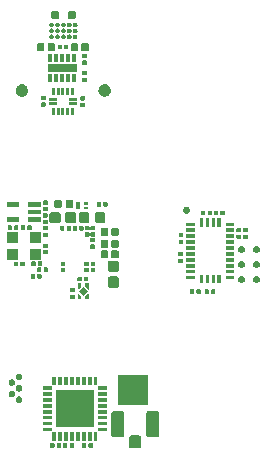
<source format=gbr>
G04 #@! TF.GenerationSoftware,KiCad,Pcbnew,(5.1.6)-1*
G04 #@! TF.CreationDate,2020-11-17T19:43:21-08:00*
G04 #@! TF.ProjectId,Miniscope-v4-Rigid-Flex,4d696e69-7363-46f7-9065-2d76342d5269,rev?*
G04 #@! TF.SameCoordinates,Original*
G04 #@! TF.FileFunction,Soldermask,Top*
G04 #@! TF.FilePolarity,Negative*
%FSLAX46Y46*%
G04 Gerber Fmt 4.6, Leading zero omitted, Abs format (unit mm)*
G04 Created by KiCad (PCBNEW (5.1.6)-1) date 2020-11-17 19:43:21*
%MOMM*%
%LPD*%
G01*
G04 APERTURE LIST*
%ADD10C,0.100000*%
G04 APERTURE END LIST*
D10*
G36*
X110164143Y-129213700D02*
G01*
X110208616Y-129227190D01*
X110249604Y-129249099D01*
X110285523Y-129278577D01*
X110315001Y-129314496D01*
X110336910Y-129355484D01*
X110350400Y-129399957D01*
X110355200Y-129448692D01*
X110355200Y-130069908D01*
X110350400Y-130118643D01*
X110336910Y-130163116D01*
X110315001Y-130204104D01*
X110285523Y-130240023D01*
X110249604Y-130269501D01*
X110208616Y-130291410D01*
X110164143Y-130304900D01*
X110115408Y-130309700D01*
X109544192Y-130309700D01*
X109495457Y-130304900D01*
X109450984Y-130291410D01*
X109409996Y-130269501D01*
X109374077Y-130240023D01*
X109344599Y-130204104D01*
X109322690Y-130163116D01*
X109309200Y-130118643D01*
X109304400Y-130069908D01*
X109304400Y-129448692D01*
X109309200Y-129399957D01*
X109322690Y-129355484D01*
X109344599Y-129314496D01*
X109374077Y-129278577D01*
X109409996Y-129249099D01*
X109450984Y-129227190D01*
X109495457Y-129213700D01*
X109544192Y-129208900D01*
X110115408Y-129208900D01*
X110164143Y-129213700D01*
G37*
G36*
X106190392Y-129866285D02*
G01*
X106202503Y-129869959D01*
X106213663Y-129875924D01*
X106223447Y-129883953D01*
X106231476Y-129893737D01*
X106237441Y-129904897D01*
X106241115Y-129917008D01*
X106242600Y-129932091D01*
X106242600Y-130188309D01*
X106241115Y-130203392D01*
X106237441Y-130215503D01*
X106231476Y-130226663D01*
X106223447Y-130236447D01*
X106213663Y-130244476D01*
X106202503Y-130250441D01*
X106190392Y-130254115D01*
X106175309Y-130255600D01*
X105949091Y-130255600D01*
X105934008Y-130254115D01*
X105921897Y-130250441D01*
X105910737Y-130244476D01*
X105900953Y-130236447D01*
X105892924Y-130226663D01*
X105886959Y-130215503D01*
X105883285Y-130203392D01*
X105881800Y-130188309D01*
X105881800Y-129932091D01*
X105883285Y-129917008D01*
X105886959Y-129904897D01*
X105892924Y-129893737D01*
X105900953Y-129883953D01*
X105910737Y-129875924D01*
X105921897Y-129869959D01*
X105934008Y-129866285D01*
X105949091Y-129864800D01*
X106175309Y-129864800D01*
X106190392Y-129866285D01*
G37*
G36*
X105640392Y-129866285D02*
G01*
X105652503Y-129869959D01*
X105663663Y-129875924D01*
X105673447Y-129883953D01*
X105681476Y-129893737D01*
X105687441Y-129904897D01*
X105691115Y-129917008D01*
X105692600Y-129932091D01*
X105692600Y-130188309D01*
X105691115Y-130203392D01*
X105687441Y-130215503D01*
X105681476Y-130226663D01*
X105673447Y-130236447D01*
X105663663Y-130244476D01*
X105652503Y-130250441D01*
X105640392Y-130254115D01*
X105625309Y-130255600D01*
X105399091Y-130255600D01*
X105384008Y-130254115D01*
X105371897Y-130250441D01*
X105360737Y-130244476D01*
X105350953Y-130236447D01*
X105342924Y-130226663D01*
X105336959Y-130215503D01*
X105333285Y-130203392D01*
X105331800Y-130188309D01*
X105331800Y-129932091D01*
X105333285Y-129917008D01*
X105336959Y-129904897D01*
X105342924Y-129893737D01*
X105350953Y-129883953D01*
X105360737Y-129875924D01*
X105371897Y-129869959D01*
X105384008Y-129866285D01*
X105399091Y-129864800D01*
X105625309Y-129864800D01*
X105640392Y-129866285D01*
G37*
G36*
X102951792Y-129863485D02*
G01*
X102963903Y-129867159D01*
X102975063Y-129873124D01*
X102984847Y-129881153D01*
X102992876Y-129890937D01*
X102998841Y-129902097D01*
X103002515Y-129914208D01*
X103004000Y-129929291D01*
X103004000Y-130185509D01*
X103002515Y-130200592D01*
X102998841Y-130212703D01*
X102992876Y-130223863D01*
X102984847Y-130233647D01*
X102975063Y-130241676D01*
X102963903Y-130247641D01*
X102951792Y-130251315D01*
X102936709Y-130252800D01*
X102710491Y-130252800D01*
X102695408Y-130251315D01*
X102683297Y-130247641D01*
X102672137Y-130241676D01*
X102662353Y-130233647D01*
X102654324Y-130223863D01*
X102648359Y-130212703D01*
X102644685Y-130200592D01*
X102643200Y-130185509D01*
X102643200Y-129929291D01*
X102644685Y-129914208D01*
X102648359Y-129902097D01*
X102654324Y-129890937D01*
X102662353Y-129881153D01*
X102672137Y-129873124D01*
X102683297Y-129867159D01*
X102695408Y-129863485D01*
X102710491Y-129862000D01*
X102936709Y-129862000D01*
X102951792Y-129863485D01*
G37*
G36*
X103501792Y-129863485D02*
G01*
X103513903Y-129867159D01*
X103525063Y-129873124D01*
X103534847Y-129881153D01*
X103542876Y-129890937D01*
X103548841Y-129902097D01*
X103552515Y-129914208D01*
X103554000Y-129929291D01*
X103554000Y-130185509D01*
X103552515Y-130200592D01*
X103548841Y-130212703D01*
X103542876Y-130223863D01*
X103534847Y-130233647D01*
X103525063Y-130241676D01*
X103513903Y-130247641D01*
X103501792Y-130251315D01*
X103486709Y-130252800D01*
X103260491Y-130252800D01*
X103245408Y-130251315D01*
X103233297Y-130247641D01*
X103222137Y-130241676D01*
X103212353Y-130233647D01*
X103204324Y-130223863D01*
X103198359Y-130212703D01*
X103194685Y-130200592D01*
X103193200Y-130185509D01*
X103193200Y-129929291D01*
X103194685Y-129914208D01*
X103198359Y-129902097D01*
X103204324Y-129890937D01*
X103212353Y-129881153D01*
X103222137Y-129873124D01*
X103233297Y-129867159D01*
X103245408Y-129863485D01*
X103260491Y-129862000D01*
X103486709Y-129862000D01*
X103501792Y-129863485D01*
G37*
G36*
X104043992Y-129863485D02*
G01*
X104056103Y-129867159D01*
X104067263Y-129873124D01*
X104077047Y-129881153D01*
X104085076Y-129890937D01*
X104091041Y-129902097D01*
X104094715Y-129914208D01*
X104096200Y-129929291D01*
X104096200Y-130185509D01*
X104094715Y-130200592D01*
X104091041Y-130212703D01*
X104085076Y-130223863D01*
X104077047Y-130233647D01*
X104067263Y-130241676D01*
X104056103Y-130247641D01*
X104043992Y-130251315D01*
X104028909Y-130252800D01*
X103802691Y-130252800D01*
X103787608Y-130251315D01*
X103775497Y-130247641D01*
X103764337Y-130241676D01*
X103754553Y-130233647D01*
X103746524Y-130223863D01*
X103740559Y-130212703D01*
X103736885Y-130200592D01*
X103735400Y-130185509D01*
X103735400Y-129929291D01*
X103736885Y-129914208D01*
X103740559Y-129902097D01*
X103746524Y-129890937D01*
X103754553Y-129881153D01*
X103764337Y-129873124D01*
X103775497Y-129867159D01*
X103787608Y-129863485D01*
X103802691Y-129862000D01*
X104028909Y-129862000D01*
X104043992Y-129863485D01*
G37*
G36*
X104593992Y-129863485D02*
G01*
X104606103Y-129867159D01*
X104617263Y-129873124D01*
X104627047Y-129881153D01*
X104635076Y-129890937D01*
X104641041Y-129902097D01*
X104644715Y-129914208D01*
X104646200Y-129929291D01*
X104646200Y-130185509D01*
X104644715Y-130200592D01*
X104641041Y-130212703D01*
X104635076Y-130223863D01*
X104627047Y-130233647D01*
X104617263Y-130241676D01*
X104606103Y-130247641D01*
X104593992Y-130251315D01*
X104578909Y-130252800D01*
X104352691Y-130252800D01*
X104337608Y-130251315D01*
X104325497Y-130247641D01*
X104314337Y-130241676D01*
X104304553Y-130233647D01*
X104296524Y-130223863D01*
X104290559Y-130212703D01*
X104286885Y-130200592D01*
X104285400Y-130185509D01*
X104285400Y-129929291D01*
X104286885Y-129914208D01*
X104290559Y-129902097D01*
X104296524Y-129890937D01*
X104304553Y-129881153D01*
X104314337Y-129873124D01*
X104325497Y-129867159D01*
X104337608Y-129863485D01*
X104352691Y-129862000D01*
X104578909Y-129862000D01*
X104593992Y-129863485D01*
G37*
G36*
X103642200Y-129648800D02*
G01*
X103331400Y-129648800D01*
X103331400Y-128918000D01*
X103642200Y-128918000D01*
X103642200Y-129648800D01*
G37*
G36*
X104142200Y-129648800D02*
G01*
X103831400Y-129648800D01*
X103831400Y-128918000D01*
X104142200Y-128918000D01*
X104142200Y-129648800D01*
G37*
G36*
X104642200Y-129648800D02*
G01*
X104331400Y-129648800D01*
X104331400Y-128918000D01*
X104642200Y-128918000D01*
X104642200Y-129648800D01*
G37*
G36*
X105142200Y-129648800D02*
G01*
X104831400Y-129648800D01*
X104831400Y-128918000D01*
X105142200Y-128918000D01*
X105142200Y-129648800D01*
G37*
G36*
X105642200Y-129648800D02*
G01*
X105331400Y-129648800D01*
X105331400Y-128918000D01*
X105642200Y-128918000D01*
X105642200Y-129648800D01*
G37*
G36*
X106142200Y-129648800D02*
G01*
X105831400Y-129648800D01*
X105831400Y-128918000D01*
X106142200Y-128918000D01*
X106142200Y-129648800D01*
G37*
G36*
X106642200Y-129648800D02*
G01*
X106331400Y-129648800D01*
X106331400Y-128918000D01*
X106642200Y-128918000D01*
X106642200Y-129648800D01*
G37*
G36*
X103142200Y-129648800D02*
G01*
X102831400Y-129648800D01*
X102831400Y-128918000D01*
X103142200Y-128918000D01*
X103142200Y-129648800D01*
G37*
G36*
X111654082Y-127136440D02*
G01*
X111700901Y-127150643D01*
X111744048Y-127173705D01*
X111781862Y-127204738D01*
X111812895Y-127242552D01*
X111835957Y-127285699D01*
X111850160Y-127332518D01*
X111855200Y-127383692D01*
X111855200Y-129129908D01*
X111850160Y-129181082D01*
X111835957Y-129227901D01*
X111812895Y-129271048D01*
X111781862Y-129308862D01*
X111744048Y-129339895D01*
X111700901Y-129362957D01*
X111654082Y-129377160D01*
X111602908Y-129382200D01*
X111006692Y-129382200D01*
X110955518Y-129377160D01*
X110908699Y-129362957D01*
X110865552Y-129339895D01*
X110827738Y-129308862D01*
X110796705Y-129271048D01*
X110773643Y-129227901D01*
X110759440Y-129181082D01*
X110754400Y-129129908D01*
X110754400Y-127383692D01*
X110759440Y-127332518D01*
X110773643Y-127285699D01*
X110796705Y-127242552D01*
X110827738Y-127204738D01*
X110865552Y-127173705D01*
X110908699Y-127150643D01*
X110955518Y-127136440D01*
X111006692Y-127131400D01*
X111602908Y-127131400D01*
X111654082Y-127136440D01*
G37*
G36*
X108704082Y-127136440D02*
G01*
X108750901Y-127150643D01*
X108794048Y-127173705D01*
X108831862Y-127204738D01*
X108862895Y-127242552D01*
X108885957Y-127285699D01*
X108900160Y-127332518D01*
X108905200Y-127383692D01*
X108905200Y-129129908D01*
X108900160Y-129181082D01*
X108885957Y-129227901D01*
X108862895Y-129271048D01*
X108831862Y-129308862D01*
X108794048Y-129339895D01*
X108750901Y-129362957D01*
X108704082Y-129377160D01*
X108652908Y-129382200D01*
X108056692Y-129382200D01*
X108005518Y-129377160D01*
X107958699Y-129362957D01*
X107915552Y-129339895D01*
X107877738Y-129308862D01*
X107846705Y-129271048D01*
X107823643Y-129227901D01*
X107809440Y-129181082D01*
X107804400Y-129129908D01*
X107804400Y-127383692D01*
X107809440Y-127332518D01*
X107823643Y-127285699D01*
X107846705Y-127242552D01*
X107877738Y-127204738D01*
X107915552Y-127173705D01*
X107958699Y-127150643D01*
X108005518Y-127136440D01*
X108056692Y-127131400D01*
X108652908Y-127131400D01*
X108704082Y-127136440D01*
G37*
G36*
X107437200Y-128853800D02*
G01*
X106706400Y-128853800D01*
X106706400Y-128543000D01*
X107437200Y-128543000D01*
X107437200Y-128853800D01*
G37*
G36*
X102767200Y-128853800D02*
G01*
X102036400Y-128853800D01*
X102036400Y-128543000D01*
X102767200Y-128543000D01*
X102767200Y-128853800D01*
G37*
G36*
X106312200Y-128523800D02*
G01*
X103161400Y-128523800D01*
X103161400Y-125373000D01*
X106312200Y-125373000D01*
X106312200Y-128523800D01*
G37*
G36*
X102767200Y-128353800D02*
G01*
X102036400Y-128353800D01*
X102036400Y-128043000D01*
X102767200Y-128043000D01*
X102767200Y-128353800D01*
G37*
G36*
X107437200Y-128353800D02*
G01*
X106706400Y-128353800D01*
X106706400Y-128043000D01*
X107437200Y-128043000D01*
X107437200Y-128353800D01*
G37*
G36*
X102767200Y-127853800D02*
G01*
X102036400Y-127853800D01*
X102036400Y-127543000D01*
X102767200Y-127543000D01*
X102767200Y-127853800D01*
G37*
G36*
X107437200Y-127853800D02*
G01*
X106706400Y-127853800D01*
X106706400Y-127543000D01*
X107437200Y-127543000D01*
X107437200Y-127853800D01*
G37*
G36*
X107437200Y-127353800D02*
G01*
X106706400Y-127353800D01*
X106706400Y-127043000D01*
X107437200Y-127043000D01*
X107437200Y-127353800D01*
G37*
G36*
X102767200Y-127353800D02*
G01*
X102036400Y-127353800D01*
X102036400Y-127043000D01*
X102767200Y-127043000D01*
X102767200Y-127353800D01*
G37*
G36*
X107437200Y-126853800D02*
G01*
X106706400Y-126853800D01*
X106706400Y-126543000D01*
X107437200Y-126543000D01*
X107437200Y-126853800D01*
G37*
G36*
X102767200Y-126853800D02*
G01*
X102036400Y-126853800D01*
X102036400Y-126543000D01*
X102767200Y-126543000D01*
X102767200Y-126853800D01*
G37*
G36*
X110952800Y-126662000D02*
G01*
X108402000Y-126662000D01*
X108402000Y-124111200D01*
X110952800Y-124111200D01*
X110952800Y-126662000D01*
G37*
G36*
X100081499Y-125911735D02*
G01*
X100132346Y-125932796D01*
X100178109Y-125963374D01*
X100217024Y-126002289D01*
X100247602Y-126048052D01*
X100268663Y-126098899D01*
X100279400Y-126152879D01*
X100279400Y-126207917D01*
X100268663Y-126261897D01*
X100247602Y-126312744D01*
X100217024Y-126358507D01*
X100178109Y-126397422D01*
X100132346Y-126428000D01*
X100081499Y-126449061D01*
X100027519Y-126459798D01*
X99972481Y-126459798D01*
X99918501Y-126449061D01*
X99867654Y-126428000D01*
X99821891Y-126397422D01*
X99782976Y-126358507D01*
X99752398Y-126312744D01*
X99731337Y-126261897D01*
X99720600Y-126207917D01*
X99720600Y-126152879D01*
X99731337Y-126098899D01*
X99752398Y-126048052D01*
X99782976Y-126002289D01*
X99821891Y-125963374D01*
X99867654Y-125932796D01*
X99918501Y-125911735D01*
X99972481Y-125900998D01*
X100027519Y-125900998D01*
X100081499Y-125911735D01*
G37*
G36*
X102767200Y-126353800D02*
G01*
X102036400Y-126353800D01*
X102036400Y-126043000D01*
X102767200Y-126043000D01*
X102767200Y-126353800D01*
G37*
G36*
X107437200Y-126353800D02*
G01*
X106706400Y-126353800D01*
X106706400Y-126043000D01*
X107437200Y-126043000D01*
X107437200Y-126353800D01*
G37*
G36*
X99471899Y-125429135D02*
G01*
X99522746Y-125450196D01*
X99568509Y-125480774D01*
X99607424Y-125519689D01*
X99638002Y-125565452D01*
X99659063Y-125616299D01*
X99669800Y-125670279D01*
X99669800Y-125725317D01*
X99659063Y-125779297D01*
X99638002Y-125830144D01*
X99607424Y-125875907D01*
X99568509Y-125914822D01*
X99522746Y-125945400D01*
X99471899Y-125966461D01*
X99417919Y-125977198D01*
X99362881Y-125977198D01*
X99308901Y-125966461D01*
X99258054Y-125945400D01*
X99212291Y-125914822D01*
X99173376Y-125875907D01*
X99142798Y-125830144D01*
X99121737Y-125779297D01*
X99111000Y-125725317D01*
X99111000Y-125670279D01*
X99121737Y-125616299D01*
X99142798Y-125565452D01*
X99173376Y-125519689D01*
X99212291Y-125480774D01*
X99258054Y-125450196D01*
X99308901Y-125429135D01*
X99362881Y-125418398D01*
X99417919Y-125418398D01*
X99471899Y-125429135D01*
G37*
G36*
X102767200Y-125853800D02*
G01*
X102036400Y-125853800D01*
X102036400Y-125543000D01*
X102767200Y-125543000D01*
X102767200Y-125853800D01*
G37*
G36*
X107437200Y-125853800D02*
G01*
X106706400Y-125853800D01*
X106706400Y-125543000D01*
X107437200Y-125543000D01*
X107437200Y-125853800D01*
G37*
G36*
X100081499Y-124946536D02*
G01*
X100132346Y-124967597D01*
X100178109Y-124998175D01*
X100217024Y-125037090D01*
X100247602Y-125082853D01*
X100268663Y-125133700D01*
X100279400Y-125187680D01*
X100279400Y-125242718D01*
X100268663Y-125296698D01*
X100247602Y-125347545D01*
X100217024Y-125393308D01*
X100178109Y-125432223D01*
X100132346Y-125462801D01*
X100081499Y-125483862D01*
X100027519Y-125494599D01*
X99972481Y-125494599D01*
X99918501Y-125483862D01*
X99867654Y-125462801D01*
X99821891Y-125432223D01*
X99782976Y-125393308D01*
X99752398Y-125347545D01*
X99731337Y-125296698D01*
X99720600Y-125242718D01*
X99720600Y-125187680D01*
X99731337Y-125133700D01*
X99752398Y-125082853D01*
X99782976Y-125037090D01*
X99821891Y-124998175D01*
X99867654Y-124967597D01*
X99918501Y-124946536D01*
X99972481Y-124935799D01*
X100027519Y-124935799D01*
X100081499Y-124946536D01*
G37*
G36*
X107437200Y-125353800D02*
G01*
X106706400Y-125353800D01*
X106706400Y-125043000D01*
X107437200Y-125043000D01*
X107437200Y-125353800D01*
G37*
G36*
X102767200Y-125353800D02*
G01*
X102036400Y-125353800D01*
X102036400Y-125043000D01*
X102767200Y-125043000D01*
X102767200Y-125353800D01*
G37*
G36*
X99471899Y-124463936D02*
G01*
X99522746Y-124484997D01*
X99568509Y-124515575D01*
X99607424Y-124554490D01*
X99638002Y-124600253D01*
X99659063Y-124651100D01*
X99669800Y-124705080D01*
X99669800Y-124760118D01*
X99659063Y-124814098D01*
X99638002Y-124864945D01*
X99607424Y-124910708D01*
X99568509Y-124949623D01*
X99522746Y-124980201D01*
X99471899Y-125001262D01*
X99417919Y-125011999D01*
X99362881Y-125011999D01*
X99308901Y-125001262D01*
X99258054Y-124980201D01*
X99212291Y-124949623D01*
X99173376Y-124910708D01*
X99142798Y-124864945D01*
X99121737Y-124814098D01*
X99111000Y-124760118D01*
X99111000Y-124705080D01*
X99121737Y-124651100D01*
X99142798Y-124600253D01*
X99173376Y-124554490D01*
X99212291Y-124515575D01*
X99258054Y-124484997D01*
X99308901Y-124463936D01*
X99362881Y-124453199D01*
X99417919Y-124453199D01*
X99471899Y-124463936D01*
G37*
G36*
X103142200Y-124978800D02*
G01*
X102831400Y-124978800D01*
X102831400Y-124248000D01*
X103142200Y-124248000D01*
X103142200Y-124978800D01*
G37*
G36*
X103642200Y-124978800D02*
G01*
X103331400Y-124978800D01*
X103331400Y-124248000D01*
X103642200Y-124248000D01*
X103642200Y-124978800D01*
G37*
G36*
X104142200Y-124978800D02*
G01*
X103831400Y-124978800D01*
X103831400Y-124248000D01*
X104142200Y-124248000D01*
X104142200Y-124978800D01*
G37*
G36*
X105142200Y-124978800D02*
G01*
X104831400Y-124978800D01*
X104831400Y-124248000D01*
X105142200Y-124248000D01*
X105142200Y-124978800D01*
G37*
G36*
X106142200Y-124978800D02*
G01*
X105831400Y-124978800D01*
X105831400Y-124248000D01*
X106142200Y-124248000D01*
X106142200Y-124978800D01*
G37*
G36*
X106642200Y-124978800D02*
G01*
X106331400Y-124978800D01*
X106331400Y-124248000D01*
X106642200Y-124248000D01*
X106642200Y-124978800D01*
G37*
G36*
X104642200Y-124978800D02*
G01*
X104331400Y-124978800D01*
X104331400Y-124248000D01*
X104642200Y-124248000D01*
X104642200Y-124978800D01*
G37*
G36*
X105642200Y-124978800D02*
G01*
X105331400Y-124978800D01*
X105331400Y-124248000D01*
X105642200Y-124248000D01*
X105642200Y-124978800D01*
G37*
G36*
X100081499Y-123981337D02*
G01*
X100132346Y-124002398D01*
X100178109Y-124032976D01*
X100217024Y-124071891D01*
X100247602Y-124117654D01*
X100268663Y-124168501D01*
X100279400Y-124222481D01*
X100279400Y-124277519D01*
X100268663Y-124331499D01*
X100247602Y-124382346D01*
X100217024Y-124428109D01*
X100178109Y-124467024D01*
X100132346Y-124497602D01*
X100081499Y-124518663D01*
X100027519Y-124529400D01*
X99972481Y-124529400D01*
X99918501Y-124518663D01*
X99867654Y-124497602D01*
X99821891Y-124467024D01*
X99782976Y-124428109D01*
X99752398Y-124382346D01*
X99731337Y-124331499D01*
X99720600Y-124277519D01*
X99720600Y-124222481D01*
X99731337Y-124168501D01*
X99752398Y-124117654D01*
X99782976Y-124071891D01*
X99821891Y-124032976D01*
X99867654Y-124002398D01*
X99918501Y-123981337D01*
X99972481Y-123970600D01*
X100027519Y-123970600D01*
X100081499Y-123981337D01*
G37*
G36*
X105886576Y-117237566D02*
G01*
X105891366Y-117239019D01*
X105893574Y-117240199D01*
X105895780Y-117241378D01*
X105895782Y-117241379D01*
X105895781Y-117241379D01*
X105899648Y-117244552D01*
X105902821Y-117248419D01*
X105905181Y-117252834D01*
X105906634Y-117257624D01*
X105907369Y-117265090D01*
X105907369Y-117660110D01*
X105906634Y-117667576D01*
X105905181Y-117672366D01*
X105902821Y-117676781D01*
X105899648Y-117680648D01*
X105896127Y-117683537D01*
X105895780Y-117683822D01*
X105893573Y-117685001D01*
X105891366Y-117686181D01*
X105886576Y-117687634D01*
X105879110Y-117688369D01*
X105634090Y-117688369D01*
X105626624Y-117687634D01*
X105621834Y-117686181D01*
X105619627Y-117685001D01*
X105617420Y-117683822D01*
X105617073Y-117683537D01*
X105613552Y-117680648D01*
X105610379Y-117676781D01*
X105608019Y-117672366D01*
X105606566Y-117667576D01*
X105605831Y-117660110D01*
X105605831Y-117445090D01*
X105606566Y-117437624D01*
X105608019Y-117432834D01*
X105610379Y-117428419D01*
X105615148Y-117422608D01*
X105791608Y-117246148D01*
X105797419Y-117241379D01*
X105797418Y-117241379D01*
X105797420Y-117241378D01*
X105799627Y-117240199D01*
X105801834Y-117239019D01*
X105806624Y-117237566D01*
X105814090Y-117236831D01*
X105879110Y-117236831D01*
X105886576Y-117237566D01*
G37*
G36*
X105056576Y-117237566D02*
G01*
X105061366Y-117239019D01*
X105063574Y-117240199D01*
X105065780Y-117241378D01*
X105065782Y-117241379D01*
X105065781Y-117241379D01*
X105071592Y-117246148D01*
X105248052Y-117422608D01*
X105252821Y-117428419D01*
X105255181Y-117432834D01*
X105256634Y-117437624D01*
X105257369Y-117445090D01*
X105257369Y-117660110D01*
X105256634Y-117667576D01*
X105255181Y-117672366D01*
X105252821Y-117676781D01*
X105249648Y-117680648D01*
X105246127Y-117683537D01*
X105245780Y-117683822D01*
X105243573Y-117685001D01*
X105241366Y-117686181D01*
X105236576Y-117687634D01*
X105229110Y-117688369D01*
X104984090Y-117688369D01*
X104976624Y-117687634D01*
X104971834Y-117686181D01*
X104969627Y-117685001D01*
X104967420Y-117683822D01*
X104967073Y-117683537D01*
X104963552Y-117680648D01*
X104960379Y-117676781D01*
X104958019Y-117672366D01*
X104956566Y-117667576D01*
X104955831Y-117660110D01*
X104955831Y-117265090D01*
X104956566Y-117257624D01*
X104958019Y-117252834D01*
X104960379Y-117248419D01*
X104963552Y-117244552D01*
X104967419Y-117241379D01*
X104967418Y-117241379D01*
X104967420Y-117241378D01*
X104969627Y-117240199D01*
X104971834Y-117239019D01*
X104976624Y-117237566D01*
X104984090Y-117236831D01*
X105049110Y-117236831D01*
X105056576Y-117237566D01*
G37*
G36*
X104685792Y-117286485D02*
G01*
X104697903Y-117290159D01*
X104709063Y-117296124D01*
X104718847Y-117304153D01*
X104726876Y-117313937D01*
X104732841Y-117325097D01*
X104736515Y-117337208D01*
X104738000Y-117352291D01*
X104738000Y-117578509D01*
X104736515Y-117593592D01*
X104732841Y-117605703D01*
X104726876Y-117616863D01*
X104718847Y-117626647D01*
X104709063Y-117634676D01*
X104697903Y-117640641D01*
X104685792Y-117644315D01*
X104670709Y-117645800D01*
X104414491Y-117645800D01*
X104399408Y-117644315D01*
X104387297Y-117640641D01*
X104376137Y-117634676D01*
X104366353Y-117626647D01*
X104358324Y-117616863D01*
X104352359Y-117605703D01*
X104348685Y-117593592D01*
X104347200Y-117578509D01*
X104347200Y-117352291D01*
X104348685Y-117337208D01*
X104352359Y-117325097D01*
X104358324Y-117313937D01*
X104366353Y-117304153D01*
X104376137Y-117296124D01*
X104387297Y-117290159D01*
X104399408Y-117286485D01*
X104414491Y-117285000D01*
X104670709Y-117285000D01*
X104685792Y-117286485D01*
G37*
G36*
X105806933Y-117012600D02*
G01*
X105431600Y-117387933D01*
X105056267Y-117012600D01*
X105431600Y-116637267D01*
X105806933Y-117012600D01*
G37*
G36*
X116028992Y-116844085D02*
G01*
X116041103Y-116847759D01*
X116052263Y-116853724D01*
X116062047Y-116861753D01*
X116070076Y-116871537D01*
X116076041Y-116882697D01*
X116079715Y-116894808D01*
X116081200Y-116909891D01*
X116081200Y-117166109D01*
X116079715Y-117181192D01*
X116076041Y-117193303D01*
X116070076Y-117204463D01*
X116062047Y-117214247D01*
X116052263Y-117222276D01*
X116041103Y-117228241D01*
X116028992Y-117231915D01*
X116013909Y-117233400D01*
X115787691Y-117233400D01*
X115772608Y-117231915D01*
X115760497Y-117228241D01*
X115749337Y-117222276D01*
X115739553Y-117214247D01*
X115731524Y-117204463D01*
X115725559Y-117193303D01*
X115721885Y-117181192D01*
X115720400Y-117166109D01*
X115720400Y-116909891D01*
X115721885Y-116894808D01*
X115725559Y-116882697D01*
X115731524Y-116871537D01*
X115739553Y-116861753D01*
X115749337Y-116853724D01*
X115760497Y-116847759D01*
X115772608Y-116844085D01*
X115787691Y-116842600D01*
X116013909Y-116842600D01*
X116028992Y-116844085D01*
G37*
G36*
X116578992Y-116844085D02*
G01*
X116591103Y-116847759D01*
X116602263Y-116853724D01*
X116612047Y-116861753D01*
X116620076Y-116871537D01*
X116626041Y-116882697D01*
X116629715Y-116894808D01*
X116631200Y-116909891D01*
X116631200Y-117166109D01*
X116629715Y-117181192D01*
X116626041Y-117193303D01*
X116620076Y-117204463D01*
X116612047Y-117214247D01*
X116602263Y-117222276D01*
X116591103Y-117228241D01*
X116578992Y-117231915D01*
X116563909Y-117233400D01*
X116337691Y-117233400D01*
X116322608Y-117231915D01*
X116310497Y-117228241D01*
X116299337Y-117222276D01*
X116289553Y-117214247D01*
X116281524Y-117204463D01*
X116275559Y-117193303D01*
X116271885Y-117181192D01*
X116270400Y-117166109D01*
X116270400Y-116909891D01*
X116271885Y-116894808D01*
X116275559Y-116882697D01*
X116281524Y-116871537D01*
X116289553Y-116861753D01*
X116299337Y-116853724D01*
X116310497Y-116847759D01*
X116322608Y-116844085D01*
X116337691Y-116842600D01*
X116563909Y-116842600D01*
X116578992Y-116844085D01*
G37*
G36*
X115334392Y-116844085D02*
G01*
X115346503Y-116847759D01*
X115357663Y-116853724D01*
X115367447Y-116861753D01*
X115375476Y-116871537D01*
X115381441Y-116882697D01*
X115385115Y-116894808D01*
X115386600Y-116909891D01*
X115386600Y-117166109D01*
X115385115Y-117181192D01*
X115381441Y-117193303D01*
X115375476Y-117204463D01*
X115367447Y-117214247D01*
X115357663Y-117222276D01*
X115346503Y-117228241D01*
X115334392Y-117231915D01*
X115319309Y-117233400D01*
X115093091Y-117233400D01*
X115078008Y-117231915D01*
X115065897Y-117228241D01*
X115054737Y-117222276D01*
X115044953Y-117214247D01*
X115036924Y-117204463D01*
X115030959Y-117193303D01*
X115027285Y-117181192D01*
X115025800Y-117166109D01*
X115025800Y-116909891D01*
X115027285Y-116894808D01*
X115030959Y-116882697D01*
X115036924Y-116871537D01*
X115044953Y-116861753D01*
X115054737Y-116853724D01*
X115065897Y-116847759D01*
X115078008Y-116844085D01*
X115093091Y-116842600D01*
X115319309Y-116842600D01*
X115334392Y-116844085D01*
G37*
G36*
X114784392Y-116844085D02*
G01*
X114796503Y-116847759D01*
X114807663Y-116853724D01*
X114817447Y-116861753D01*
X114825476Y-116871537D01*
X114831441Y-116882697D01*
X114835115Y-116894808D01*
X114836600Y-116909891D01*
X114836600Y-117166109D01*
X114835115Y-117181192D01*
X114831441Y-117193303D01*
X114825476Y-117204463D01*
X114817447Y-117214247D01*
X114807663Y-117222276D01*
X114796503Y-117228241D01*
X114784392Y-117231915D01*
X114769309Y-117233400D01*
X114543091Y-117233400D01*
X114528008Y-117231915D01*
X114515897Y-117228241D01*
X114504737Y-117222276D01*
X114494953Y-117214247D01*
X114486924Y-117204463D01*
X114480959Y-117193303D01*
X114477285Y-117181192D01*
X114475800Y-117166109D01*
X114475800Y-116909891D01*
X114477285Y-116894808D01*
X114480959Y-116882697D01*
X114486924Y-116871537D01*
X114494953Y-116861753D01*
X114504737Y-116853724D01*
X114515897Y-116847759D01*
X114528008Y-116844085D01*
X114543091Y-116842600D01*
X114769309Y-116842600D01*
X114784392Y-116844085D01*
G37*
G36*
X104685792Y-116736485D02*
G01*
X104697903Y-116740159D01*
X104709063Y-116746124D01*
X104718847Y-116754153D01*
X104726876Y-116763937D01*
X104732841Y-116775097D01*
X104736515Y-116787208D01*
X104738000Y-116802291D01*
X104738000Y-117028509D01*
X104736515Y-117043592D01*
X104732841Y-117055703D01*
X104726876Y-117066863D01*
X104718847Y-117076647D01*
X104709063Y-117084676D01*
X104697903Y-117090641D01*
X104685792Y-117094315D01*
X104670709Y-117095800D01*
X104414491Y-117095800D01*
X104399408Y-117094315D01*
X104387297Y-117090641D01*
X104376137Y-117084676D01*
X104366353Y-117076647D01*
X104358324Y-117066863D01*
X104352359Y-117055703D01*
X104348685Y-117043592D01*
X104347200Y-117028509D01*
X104347200Y-116802291D01*
X104348685Y-116787208D01*
X104352359Y-116775097D01*
X104358324Y-116763937D01*
X104366353Y-116754153D01*
X104376137Y-116746124D01*
X104387297Y-116740159D01*
X104399408Y-116736485D01*
X104414491Y-116735000D01*
X104670709Y-116735000D01*
X104685792Y-116736485D01*
G37*
G36*
X105886576Y-116337566D02*
G01*
X105891366Y-116339019D01*
X105893574Y-116340199D01*
X105895780Y-116341378D01*
X105895782Y-116341379D01*
X105895781Y-116341379D01*
X105899648Y-116344552D01*
X105902821Y-116348419D01*
X105905181Y-116352834D01*
X105906634Y-116357624D01*
X105907369Y-116365090D01*
X105907369Y-116830110D01*
X105906634Y-116837576D01*
X105905181Y-116842366D01*
X105902821Y-116846781D01*
X105899648Y-116850648D01*
X105896127Y-116853537D01*
X105895780Y-116853822D01*
X105893574Y-116855001D01*
X105891366Y-116856181D01*
X105886576Y-116857634D01*
X105881600Y-116858124D01*
X105876624Y-116857634D01*
X105871834Y-116856181D01*
X105869626Y-116855001D01*
X105867420Y-116853822D01*
X105866929Y-116853419D01*
X105861608Y-116849052D01*
X105615148Y-116602592D01*
X105610379Y-116596781D01*
X105608019Y-116592366D01*
X105606566Y-116587576D01*
X105605831Y-116580110D01*
X105605831Y-116365090D01*
X105606566Y-116357624D01*
X105608019Y-116352834D01*
X105610379Y-116348419D01*
X105613552Y-116344552D01*
X105617419Y-116341379D01*
X105617418Y-116341379D01*
X105617420Y-116341378D01*
X105619626Y-116340199D01*
X105621834Y-116339019D01*
X105626624Y-116337566D01*
X105634090Y-116336831D01*
X105879110Y-116336831D01*
X105886576Y-116337566D01*
G37*
G36*
X105236576Y-116337566D02*
G01*
X105241366Y-116339019D01*
X105243574Y-116340199D01*
X105245780Y-116341378D01*
X105245782Y-116341379D01*
X105245781Y-116341379D01*
X105249648Y-116344552D01*
X105252821Y-116348419D01*
X105255181Y-116352834D01*
X105256634Y-116357624D01*
X105257369Y-116365090D01*
X105257369Y-116580110D01*
X105256634Y-116587576D01*
X105255181Y-116592366D01*
X105252821Y-116596781D01*
X105248052Y-116602592D01*
X105071592Y-116779052D01*
X105066271Y-116783419D01*
X105065780Y-116783822D01*
X105063574Y-116785001D01*
X105061366Y-116786181D01*
X105056576Y-116787634D01*
X105049110Y-116788369D01*
X104984090Y-116788369D01*
X104976624Y-116787634D01*
X104971834Y-116786181D01*
X104969626Y-116785001D01*
X104967420Y-116783822D01*
X104967073Y-116783537D01*
X104963552Y-116780648D01*
X104960379Y-116776781D01*
X104958019Y-116772366D01*
X104956566Y-116767576D01*
X104955831Y-116760110D01*
X104955831Y-116365090D01*
X104956566Y-116357624D01*
X104958019Y-116352834D01*
X104960379Y-116348419D01*
X104963552Y-116344552D01*
X104967419Y-116341379D01*
X104967418Y-116341379D01*
X104967420Y-116341378D01*
X104969626Y-116340199D01*
X104971834Y-116339019D01*
X104976624Y-116337566D01*
X104984090Y-116336831D01*
X105229110Y-116336831D01*
X105236576Y-116337566D01*
G37*
G36*
X108313478Y-115752471D02*
G01*
X108352792Y-115764397D01*
X108389023Y-115783763D01*
X108420777Y-115809823D01*
X108446837Y-115841577D01*
X108466203Y-115877808D01*
X108478129Y-115917122D01*
X108482400Y-115960491D01*
X108482400Y-116476709D01*
X108478129Y-116520078D01*
X108466203Y-116559392D01*
X108446837Y-116595623D01*
X108420777Y-116627377D01*
X108389023Y-116653437D01*
X108352792Y-116672803D01*
X108313478Y-116684729D01*
X108270109Y-116689000D01*
X107723891Y-116689000D01*
X107680522Y-116684729D01*
X107641208Y-116672803D01*
X107604977Y-116653437D01*
X107573223Y-116627377D01*
X107547163Y-116595623D01*
X107527797Y-116559392D01*
X107515871Y-116520078D01*
X107511600Y-116476709D01*
X107511600Y-115960491D01*
X107515871Y-115917122D01*
X107527797Y-115877808D01*
X107547163Y-115841577D01*
X107573223Y-115809823D01*
X107604977Y-115783763D01*
X107641208Y-115764397D01*
X107680522Y-115752471D01*
X107723891Y-115748200D01*
X108270109Y-115748200D01*
X108313478Y-115752471D01*
G37*
G36*
X115602600Y-116339000D02*
G01*
X115297800Y-116339000D01*
X115297800Y-115613200D01*
X115602600Y-115613200D01*
X115602600Y-116339000D01*
G37*
G36*
X117102600Y-116339000D02*
G01*
X116797800Y-116339000D01*
X116797800Y-115613200D01*
X117102600Y-115613200D01*
X117102600Y-116339000D01*
G37*
G36*
X116602600Y-116339000D02*
G01*
X116297800Y-116339000D01*
X116297800Y-115613200D01*
X116602600Y-115613200D01*
X116602600Y-116339000D01*
G37*
G36*
X116102600Y-116339000D02*
G01*
X115797800Y-116339000D01*
X115797800Y-115613200D01*
X116102600Y-115613200D01*
X116102600Y-116339000D01*
G37*
G36*
X118930074Y-115699498D02*
G01*
X118984524Y-115722052D01*
X119033529Y-115754796D01*
X119075204Y-115796471D01*
X119107948Y-115845476D01*
X119130502Y-115899926D01*
X119142000Y-115957731D01*
X119142000Y-116016669D01*
X119130502Y-116074474D01*
X119107948Y-116128924D01*
X119075204Y-116177929D01*
X119033529Y-116219604D01*
X118984524Y-116252348D01*
X118930074Y-116274902D01*
X118872269Y-116286400D01*
X118813331Y-116286400D01*
X118755526Y-116274902D01*
X118701076Y-116252348D01*
X118652071Y-116219604D01*
X118610396Y-116177929D01*
X118577652Y-116128924D01*
X118555098Y-116074474D01*
X118543600Y-116016669D01*
X118543600Y-115957731D01*
X118555098Y-115899926D01*
X118577652Y-115845476D01*
X118610396Y-115796471D01*
X118652071Y-115754796D01*
X118701076Y-115722052D01*
X118755526Y-115699498D01*
X118813331Y-115688000D01*
X118872269Y-115688000D01*
X118930074Y-115699498D01*
G37*
G36*
X120200074Y-115699498D02*
G01*
X120254524Y-115722052D01*
X120303529Y-115754796D01*
X120345204Y-115796471D01*
X120377948Y-115845476D01*
X120400502Y-115899926D01*
X120412000Y-115957731D01*
X120412000Y-116016669D01*
X120400502Y-116074474D01*
X120377948Y-116128924D01*
X120345204Y-116177929D01*
X120303529Y-116219604D01*
X120254524Y-116252348D01*
X120200074Y-116274902D01*
X120142269Y-116286400D01*
X120083331Y-116286400D01*
X120025526Y-116274902D01*
X119971076Y-116252348D01*
X119922071Y-116219604D01*
X119880396Y-116177929D01*
X119847652Y-116128924D01*
X119825098Y-116074474D01*
X119813600Y-116016669D01*
X119813600Y-115957731D01*
X119825098Y-115899926D01*
X119847652Y-115845476D01*
X119880396Y-115796471D01*
X119922071Y-115754796D01*
X119971076Y-115722052D01*
X120025526Y-115699498D01*
X120083331Y-115688000D01*
X120142269Y-115688000D01*
X120200074Y-115699498D01*
G37*
G36*
X105809392Y-115777285D02*
G01*
X105821503Y-115780959D01*
X105832663Y-115786924D01*
X105842447Y-115794953D01*
X105850476Y-115804737D01*
X105856441Y-115815897D01*
X105860115Y-115828008D01*
X105861600Y-115843091D01*
X105861600Y-116099309D01*
X105860115Y-116114392D01*
X105856441Y-116126503D01*
X105850476Y-116137663D01*
X105842447Y-116147447D01*
X105832663Y-116155476D01*
X105821503Y-116161441D01*
X105809392Y-116165115D01*
X105794309Y-116166600D01*
X105568091Y-116166600D01*
X105553008Y-116165115D01*
X105540897Y-116161441D01*
X105529737Y-116155476D01*
X105519953Y-116147447D01*
X105511924Y-116137663D01*
X105505959Y-116126503D01*
X105502285Y-116114392D01*
X105500800Y-116099309D01*
X105500800Y-115843091D01*
X105502285Y-115828008D01*
X105505959Y-115815897D01*
X105511924Y-115804737D01*
X105519953Y-115794953D01*
X105529737Y-115786924D01*
X105540897Y-115780959D01*
X105553008Y-115777285D01*
X105568091Y-115775800D01*
X105794309Y-115775800D01*
X105809392Y-115777285D01*
G37*
G36*
X105259392Y-115777285D02*
G01*
X105271503Y-115780959D01*
X105282663Y-115786924D01*
X105292447Y-115794953D01*
X105300476Y-115804737D01*
X105306441Y-115815897D01*
X105310115Y-115828008D01*
X105311600Y-115843091D01*
X105311600Y-116099309D01*
X105310115Y-116114392D01*
X105306441Y-116126503D01*
X105300476Y-116137663D01*
X105292447Y-116147447D01*
X105282663Y-116155476D01*
X105271503Y-116161441D01*
X105259392Y-116165115D01*
X105244309Y-116166600D01*
X105018091Y-116166600D01*
X105003008Y-116165115D01*
X104990897Y-116161441D01*
X104979737Y-116155476D01*
X104969953Y-116147447D01*
X104961924Y-116137663D01*
X104955959Y-116126503D01*
X104952285Y-116114392D01*
X104950800Y-116099309D01*
X104950800Y-115843091D01*
X104952285Y-115828008D01*
X104955959Y-115815897D01*
X104961924Y-115804737D01*
X104969953Y-115794953D01*
X104979737Y-115786924D01*
X104990897Y-115780959D01*
X105003008Y-115777285D01*
X105018091Y-115775800D01*
X105244309Y-115775800D01*
X105259392Y-115777285D01*
G37*
G36*
X114900600Y-115991000D02*
G01*
X114174800Y-115991000D01*
X114174800Y-115686200D01*
X114900600Y-115686200D01*
X114900600Y-115991000D01*
G37*
G36*
X118225600Y-115991000D02*
G01*
X117499800Y-115991000D01*
X117499800Y-115686200D01*
X118225600Y-115686200D01*
X118225600Y-115991000D01*
G37*
G36*
X101303592Y-115542085D02*
G01*
X101315703Y-115545759D01*
X101326863Y-115551724D01*
X101336647Y-115559753D01*
X101344676Y-115569537D01*
X101350641Y-115580697D01*
X101354315Y-115592808D01*
X101355800Y-115607891D01*
X101355800Y-115864109D01*
X101354315Y-115879192D01*
X101350641Y-115891303D01*
X101344676Y-115902463D01*
X101336647Y-115912247D01*
X101326863Y-115920276D01*
X101315703Y-115926241D01*
X101303592Y-115929915D01*
X101288509Y-115931400D01*
X101062291Y-115931400D01*
X101047208Y-115929915D01*
X101035097Y-115926241D01*
X101023937Y-115920276D01*
X101014153Y-115912247D01*
X101006124Y-115902463D01*
X101000159Y-115891303D01*
X100996485Y-115879192D01*
X100995000Y-115864109D01*
X100995000Y-115607891D01*
X100996485Y-115592808D01*
X101000159Y-115580697D01*
X101006124Y-115569537D01*
X101014153Y-115559753D01*
X101023937Y-115551724D01*
X101035097Y-115545759D01*
X101047208Y-115542085D01*
X101062291Y-115540600D01*
X101288509Y-115540600D01*
X101303592Y-115542085D01*
G37*
G36*
X101853592Y-115542085D02*
G01*
X101865703Y-115545759D01*
X101876863Y-115551724D01*
X101886647Y-115559753D01*
X101894676Y-115569537D01*
X101900641Y-115580697D01*
X101904315Y-115592808D01*
X101905800Y-115607891D01*
X101905800Y-115864109D01*
X101904315Y-115879192D01*
X101900641Y-115891303D01*
X101894676Y-115902463D01*
X101886647Y-115912247D01*
X101876863Y-115920276D01*
X101865703Y-115926241D01*
X101853592Y-115929915D01*
X101838509Y-115931400D01*
X101612291Y-115931400D01*
X101597208Y-115929915D01*
X101585097Y-115926241D01*
X101573937Y-115920276D01*
X101564153Y-115912247D01*
X101556124Y-115902463D01*
X101550159Y-115891303D01*
X101546485Y-115879192D01*
X101545000Y-115864109D01*
X101545000Y-115607891D01*
X101546485Y-115592808D01*
X101550159Y-115580697D01*
X101556124Y-115569537D01*
X101564153Y-115559753D01*
X101573937Y-115551724D01*
X101585097Y-115545759D01*
X101597208Y-115542085D01*
X101612291Y-115540600D01*
X101838509Y-115540600D01*
X101853592Y-115542085D01*
G37*
G36*
X118225600Y-115491000D02*
G01*
X117499800Y-115491000D01*
X117499800Y-115186200D01*
X118225600Y-115186200D01*
X118225600Y-115491000D01*
G37*
G36*
X114900600Y-115491000D02*
G01*
X114174800Y-115491000D01*
X114174800Y-115186200D01*
X114900600Y-115186200D01*
X114900600Y-115491000D01*
G37*
G36*
X103879592Y-115044685D02*
G01*
X103891703Y-115048359D01*
X103902863Y-115054324D01*
X103912647Y-115062353D01*
X103920676Y-115072137D01*
X103926641Y-115083297D01*
X103930315Y-115095408D01*
X103931800Y-115110491D01*
X103931800Y-115336709D01*
X103930315Y-115351792D01*
X103926641Y-115363903D01*
X103920676Y-115375063D01*
X103912647Y-115384847D01*
X103902863Y-115392876D01*
X103891703Y-115398841D01*
X103879592Y-115402515D01*
X103864509Y-115404000D01*
X103608291Y-115404000D01*
X103593208Y-115402515D01*
X103581097Y-115398841D01*
X103569937Y-115392876D01*
X103560153Y-115384847D01*
X103552124Y-115375063D01*
X103546159Y-115363903D01*
X103542485Y-115351792D01*
X103541000Y-115336709D01*
X103541000Y-115110491D01*
X103542485Y-115095408D01*
X103546159Y-115083297D01*
X103552124Y-115072137D01*
X103560153Y-115062353D01*
X103569937Y-115054324D01*
X103581097Y-115048359D01*
X103593208Y-115044685D01*
X103608291Y-115043200D01*
X103864509Y-115043200D01*
X103879592Y-115044685D01*
G37*
G36*
X106400192Y-115008685D02*
G01*
X106412303Y-115012359D01*
X106423463Y-115018324D01*
X106433247Y-115026353D01*
X106441276Y-115036137D01*
X106447241Y-115047297D01*
X106450915Y-115059408D01*
X106452400Y-115074491D01*
X106452400Y-115330709D01*
X106450915Y-115345792D01*
X106447241Y-115357903D01*
X106441276Y-115369063D01*
X106433247Y-115378847D01*
X106423463Y-115386876D01*
X106412303Y-115392841D01*
X106400192Y-115396515D01*
X106385109Y-115398000D01*
X106158891Y-115398000D01*
X106143808Y-115396515D01*
X106131697Y-115392841D01*
X106120537Y-115386876D01*
X106110753Y-115378847D01*
X106102724Y-115369063D01*
X106096759Y-115357903D01*
X106093085Y-115345792D01*
X106091600Y-115330709D01*
X106091600Y-115074491D01*
X106093085Y-115059408D01*
X106096759Y-115047297D01*
X106102724Y-115036137D01*
X106110753Y-115026353D01*
X106120537Y-115018324D01*
X106131697Y-115012359D01*
X106143808Y-115008685D01*
X106158891Y-115007200D01*
X106385109Y-115007200D01*
X106400192Y-115008685D01*
G37*
G36*
X105850192Y-115008685D02*
G01*
X105862303Y-115012359D01*
X105873463Y-115018324D01*
X105883247Y-115026353D01*
X105891276Y-115036137D01*
X105897241Y-115047297D01*
X105900915Y-115059408D01*
X105902400Y-115074491D01*
X105902400Y-115330709D01*
X105900915Y-115345792D01*
X105897241Y-115357903D01*
X105891276Y-115369063D01*
X105883247Y-115378847D01*
X105873463Y-115386876D01*
X105862303Y-115392841D01*
X105850192Y-115396515D01*
X105835109Y-115398000D01*
X105608891Y-115398000D01*
X105593808Y-115396515D01*
X105581697Y-115392841D01*
X105570537Y-115386876D01*
X105560753Y-115378847D01*
X105552724Y-115369063D01*
X105546759Y-115357903D01*
X105543085Y-115345792D01*
X105541600Y-115330709D01*
X105541600Y-115074491D01*
X105543085Y-115059408D01*
X105546759Y-115047297D01*
X105552724Y-115036137D01*
X105560753Y-115026353D01*
X105570537Y-115018324D01*
X105581697Y-115012359D01*
X105593808Y-115008685D01*
X105608891Y-115007200D01*
X105835109Y-115007200D01*
X105850192Y-115008685D01*
G37*
G36*
X101836992Y-114983285D02*
G01*
X101849103Y-114986959D01*
X101860263Y-114992924D01*
X101870047Y-115000953D01*
X101878076Y-115010737D01*
X101884041Y-115021897D01*
X101887715Y-115034008D01*
X101889200Y-115049091D01*
X101889200Y-115305309D01*
X101887715Y-115320392D01*
X101884041Y-115332503D01*
X101878076Y-115343663D01*
X101870047Y-115353447D01*
X101860263Y-115361476D01*
X101849103Y-115367441D01*
X101836992Y-115371115D01*
X101821909Y-115372600D01*
X101595691Y-115372600D01*
X101580608Y-115371115D01*
X101568497Y-115367441D01*
X101557337Y-115361476D01*
X101547553Y-115353447D01*
X101539524Y-115343663D01*
X101533559Y-115332503D01*
X101529885Y-115320392D01*
X101528400Y-115305309D01*
X101528400Y-115049091D01*
X101529885Y-115034008D01*
X101533559Y-115021897D01*
X101539524Y-115010737D01*
X101547553Y-115000953D01*
X101557337Y-114992924D01*
X101568497Y-114986959D01*
X101580608Y-114983285D01*
X101595691Y-114981800D01*
X101821909Y-114981800D01*
X101836992Y-114983285D01*
G37*
G36*
X102386992Y-114983285D02*
G01*
X102399103Y-114986959D01*
X102410263Y-114992924D01*
X102420047Y-115000953D01*
X102428076Y-115010737D01*
X102434041Y-115021897D01*
X102437715Y-115034008D01*
X102439200Y-115049091D01*
X102439200Y-115305309D01*
X102437715Y-115320392D01*
X102434041Y-115332503D01*
X102428076Y-115343663D01*
X102420047Y-115353447D01*
X102410263Y-115361476D01*
X102399103Y-115367441D01*
X102386992Y-115371115D01*
X102371909Y-115372600D01*
X102145691Y-115372600D01*
X102130608Y-115371115D01*
X102118497Y-115367441D01*
X102107337Y-115361476D01*
X102097553Y-115353447D01*
X102089524Y-115343663D01*
X102083559Y-115332503D01*
X102079885Y-115320392D01*
X102078400Y-115305309D01*
X102078400Y-115049091D01*
X102079885Y-115034008D01*
X102083559Y-115021897D01*
X102089524Y-115010737D01*
X102097553Y-115000953D01*
X102107337Y-114992924D01*
X102118497Y-114986959D01*
X102130608Y-114983285D01*
X102145691Y-114981800D01*
X102371909Y-114981800D01*
X102386992Y-114983285D01*
G37*
G36*
X108313478Y-114422471D02*
G01*
X108352792Y-114434397D01*
X108389023Y-114453763D01*
X108420777Y-114479823D01*
X108446837Y-114511577D01*
X108466203Y-114547808D01*
X108478129Y-114587122D01*
X108482400Y-114630491D01*
X108482400Y-115146709D01*
X108478129Y-115190078D01*
X108466203Y-115229392D01*
X108446837Y-115265623D01*
X108420777Y-115297377D01*
X108389023Y-115323437D01*
X108352792Y-115342803D01*
X108313478Y-115354729D01*
X108270109Y-115359000D01*
X107723891Y-115359000D01*
X107680522Y-115354729D01*
X107641208Y-115342803D01*
X107604977Y-115323437D01*
X107573223Y-115297377D01*
X107547163Y-115265623D01*
X107527797Y-115229392D01*
X107515871Y-115190078D01*
X107511600Y-115146709D01*
X107511600Y-114630491D01*
X107515871Y-114587122D01*
X107527797Y-114547808D01*
X107547163Y-114511577D01*
X107573223Y-114479823D01*
X107604977Y-114453763D01*
X107641208Y-114434397D01*
X107680522Y-114422471D01*
X107723891Y-114418200D01*
X108270109Y-114418200D01*
X108313478Y-114422471D01*
G37*
G36*
X120200074Y-114429498D02*
G01*
X120254524Y-114452052D01*
X120303529Y-114484796D01*
X120345204Y-114526471D01*
X120377948Y-114575476D01*
X120400502Y-114629926D01*
X120412000Y-114687731D01*
X120412000Y-114746669D01*
X120400502Y-114804474D01*
X120377948Y-114858924D01*
X120345204Y-114907929D01*
X120303529Y-114949604D01*
X120254524Y-114982348D01*
X120200074Y-115004902D01*
X120142269Y-115016400D01*
X120083331Y-115016400D01*
X120025526Y-115004902D01*
X119971076Y-114982348D01*
X119922071Y-114949604D01*
X119880396Y-114907929D01*
X119847652Y-114858924D01*
X119825098Y-114804474D01*
X119813600Y-114746669D01*
X119813600Y-114687731D01*
X119825098Y-114629926D01*
X119847652Y-114575476D01*
X119880396Y-114526471D01*
X119922071Y-114484796D01*
X119971076Y-114452052D01*
X120025526Y-114429498D01*
X120083331Y-114418000D01*
X120142269Y-114418000D01*
X120200074Y-114429498D01*
G37*
G36*
X118930074Y-114429498D02*
G01*
X118984524Y-114452052D01*
X119033529Y-114484796D01*
X119075204Y-114526471D01*
X119107948Y-114575476D01*
X119130502Y-114629926D01*
X119142000Y-114687731D01*
X119142000Y-114746669D01*
X119130502Y-114804474D01*
X119107948Y-114858924D01*
X119075204Y-114907929D01*
X119033529Y-114949604D01*
X118984524Y-114982348D01*
X118930074Y-115004902D01*
X118872269Y-115016400D01*
X118813331Y-115016400D01*
X118755526Y-115004902D01*
X118701076Y-114982348D01*
X118652071Y-114949604D01*
X118610396Y-114907929D01*
X118577652Y-114858924D01*
X118555098Y-114804474D01*
X118543600Y-114746669D01*
X118543600Y-114687731D01*
X118555098Y-114629926D01*
X118577652Y-114575476D01*
X118610396Y-114526471D01*
X118652071Y-114484796D01*
X118701076Y-114452052D01*
X118755526Y-114429498D01*
X118813331Y-114418000D01*
X118872269Y-114418000D01*
X118930074Y-114429498D01*
G37*
G36*
X118225600Y-114991000D02*
G01*
X117499800Y-114991000D01*
X117499800Y-114686200D01*
X118225600Y-114686200D01*
X118225600Y-114991000D01*
G37*
G36*
X114900600Y-114991000D02*
G01*
X114174800Y-114991000D01*
X114174800Y-114686200D01*
X114900600Y-114686200D01*
X114900600Y-114991000D01*
G37*
G36*
X106400192Y-114500685D02*
G01*
X106412303Y-114504359D01*
X106423463Y-114510324D01*
X106433247Y-114518353D01*
X106441276Y-114528137D01*
X106447241Y-114539297D01*
X106450915Y-114551408D01*
X106452400Y-114566491D01*
X106452400Y-114822709D01*
X106450915Y-114837792D01*
X106447241Y-114849903D01*
X106441276Y-114861063D01*
X106433247Y-114870847D01*
X106423463Y-114878876D01*
X106412303Y-114884841D01*
X106400192Y-114888515D01*
X106385109Y-114890000D01*
X106158891Y-114890000D01*
X106143808Y-114888515D01*
X106131697Y-114884841D01*
X106120537Y-114878876D01*
X106110753Y-114870847D01*
X106102724Y-114861063D01*
X106096759Y-114849903D01*
X106093085Y-114837792D01*
X106091600Y-114822709D01*
X106091600Y-114566491D01*
X106093085Y-114551408D01*
X106096759Y-114539297D01*
X106102724Y-114528137D01*
X106110753Y-114518353D01*
X106120537Y-114510324D01*
X106131697Y-114504359D01*
X106143808Y-114500685D01*
X106158891Y-114499200D01*
X106385109Y-114499200D01*
X106400192Y-114500685D01*
G37*
G36*
X99881192Y-114500685D02*
G01*
X99893303Y-114504359D01*
X99904463Y-114510324D01*
X99914247Y-114518353D01*
X99922276Y-114528137D01*
X99928241Y-114539297D01*
X99931915Y-114551408D01*
X99933400Y-114566491D01*
X99933400Y-114822709D01*
X99931915Y-114837792D01*
X99928241Y-114849903D01*
X99922276Y-114861063D01*
X99914247Y-114870847D01*
X99904463Y-114878876D01*
X99893303Y-114884841D01*
X99881192Y-114888515D01*
X99866109Y-114890000D01*
X99639891Y-114890000D01*
X99624808Y-114888515D01*
X99612697Y-114884841D01*
X99601537Y-114878876D01*
X99591753Y-114870847D01*
X99583724Y-114861063D01*
X99577759Y-114849903D01*
X99574085Y-114837792D01*
X99572600Y-114822709D01*
X99572600Y-114566491D01*
X99574085Y-114551408D01*
X99577759Y-114539297D01*
X99583724Y-114528137D01*
X99591753Y-114518353D01*
X99601537Y-114510324D01*
X99612697Y-114504359D01*
X99624808Y-114500685D01*
X99639891Y-114499200D01*
X99866109Y-114499200D01*
X99881192Y-114500685D01*
G37*
G36*
X100431192Y-114500685D02*
G01*
X100443303Y-114504359D01*
X100454463Y-114510324D01*
X100464247Y-114518353D01*
X100472276Y-114528137D01*
X100478241Y-114539297D01*
X100481915Y-114551408D01*
X100483400Y-114566491D01*
X100483400Y-114822709D01*
X100481915Y-114837792D01*
X100478241Y-114849903D01*
X100472276Y-114861063D01*
X100464247Y-114870847D01*
X100454463Y-114878876D01*
X100443303Y-114884841D01*
X100431192Y-114888515D01*
X100416109Y-114890000D01*
X100189891Y-114890000D01*
X100174808Y-114888515D01*
X100162697Y-114884841D01*
X100151537Y-114878876D01*
X100141753Y-114870847D01*
X100133724Y-114861063D01*
X100127759Y-114849903D01*
X100124085Y-114837792D01*
X100122600Y-114822709D01*
X100122600Y-114566491D01*
X100124085Y-114551408D01*
X100127759Y-114539297D01*
X100133724Y-114528137D01*
X100141753Y-114518353D01*
X100151537Y-114510324D01*
X100162697Y-114504359D01*
X100174808Y-114500685D01*
X100189891Y-114499200D01*
X100416109Y-114499200D01*
X100431192Y-114500685D01*
G37*
G36*
X105850192Y-114500685D02*
G01*
X105862303Y-114504359D01*
X105873463Y-114510324D01*
X105883247Y-114518353D01*
X105891276Y-114528137D01*
X105897241Y-114539297D01*
X105900915Y-114551408D01*
X105902400Y-114566491D01*
X105902400Y-114822709D01*
X105900915Y-114837792D01*
X105897241Y-114849903D01*
X105891276Y-114861063D01*
X105883247Y-114870847D01*
X105873463Y-114878876D01*
X105862303Y-114884841D01*
X105850192Y-114888515D01*
X105835109Y-114890000D01*
X105608891Y-114890000D01*
X105593808Y-114888515D01*
X105581697Y-114884841D01*
X105570537Y-114878876D01*
X105560753Y-114870847D01*
X105552724Y-114861063D01*
X105546759Y-114849903D01*
X105543085Y-114837792D01*
X105541600Y-114822709D01*
X105541600Y-114566491D01*
X105543085Y-114551408D01*
X105546759Y-114539297D01*
X105552724Y-114528137D01*
X105560753Y-114518353D01*
X105570537Y-114510324D01*
X105581697Y-114504359D01*
X105593808Y-114500685D01*
X105608891Y-114499200D01*
X105835109Y-114499200D01*
X105850192Y-114500685D01*
G37*
G36*
X101349992Y-114475285D02*
G01*
X101362103Y-114478959D01*
X101373263Y-114484924D01*
X101383047Y-114492953D01*
X101391076Y-114502737D01*
X101397041Y-114513897D01*
X101400715Y-114526008D01*
X101402200Y-114541091D01*
X101402200Y-114797309D01*
X101400715Y-114812392D01*
X101397041Y-114824503D01*
X101391076Y-114835663D01*
X101383047Y-114845447D01*
X101373263Y-114853476D01*
X101362103Y-114859441D01*
X101349992Y-114863115D01*
X101334909Y-114864600D01*
X101108691Y-114864600D01*
X101093608Y-114863115D01*
X101081497Y-114859441D01*
X101070337Y-114853476D01*
X101060553Y-114845447D01*
X101052524Y-114835663D01*
X101046559Y-114824503D01*
X101042885Y-114812392D01*
X101041400Y-114797309D01*
X101041400Y-114541091D01*
X101042885Y-114526008D01*
X101046559Y-114513897D01*
X101052524Y-114502737D01*
X101060553Y-114492953D01*
X101070337Y-114484924D01*
X101081497Y-114478959D01*
X101093608Y-114475285D01*
X101108691Y-114473800D01*
X101334909Y-114473800D01*
X101349992Y-114475285D01*
G37*
G36*
X101899992Y-114475285D02*
G01*
X101912103Y-114478959D01*
X101923263Y-114484924D01*
X101933047Y-114492953D01*
X101941076Y-114502737D01*
X101947041Y-114513897D01*
X101950715Y-114526008D01*
X101952200Y-114541091D01*
X101952200Y-114797309D01*
X101950715Y-114812392D01*
X101947041Y-114824503D01*
X101941076Y-114835663D01*
X101933047Y-114845447D01*
X101923263Y-114853476D01*
X101912103Y-114859441D01*
X101899992Y-114863115D01*
X101884909Y-114864600D01*
X101658691Y-114864600D01*
X101643608Y-114863115D01*
X101631497Y-114859441D01*
X101620337Y-114853476D01*
X101610553Y-114845447D01*
X101602524Y-114835663D01*
X101596559Y-114824503D01*
X101592885Y-114812392D01*
X101591400Y-114797309D01*
X101591400Y-114541091D01*
X101592885Y-114526008D01*
X101596559Y-114513897D01*
X101602524Y-114502737D01*
X101610553Y-114492953D01*
X101620337Y-114484924D01*
X101631497Y-114478959D01*
X101643608Y-114475285D01*
X101658691Y-114473800D01*
X101884909Y-114473800D01*
X101899992Y-114475285D01*
G37*
G36*
X103879592Y-114494685D02*
G01*
X103891703Y-114498359D01*
X103902863Y-114504324D01*
X103912647Y-114512353D01*
X103920676Y-114522137D01*
X103926641Y-114533297D01*
X103930315Y-114545408D01*
X103931800Y-114560491D01*
X103931800Y-114786709D01*
X103930315Y-114801792D01*
X103926641Y-114813903D01*
X103920676Y-114825063D01*
X103912647Y-114834847D01*
X103902863Y-114842876D01*
X103891703Y-114848841D01*
X103879592Y-114852515D01*
X103864509Y-114854000D01*
X103608291Y-114854000D01*
X103593208Y-114852515D01*
X103581097Y-114848841D01*
X103569937Y-114842876D01*
X103560153Y-114834847D01*
X103552124Y-114825063D01*
X103546159Y-114813903D01*
X103542485Y-114801792D01*
X103541000Y-114786709D01*
X103541000Y-114560491D01*
X103542485Y-114545408D01*
X103546159Y-114533297D01*
X103552124Y-114522137D01*
X103560153Y-114512353D01*
X103569937Y-114504324D01*
X103581097Y-114498359D01*
X103593208Y-114494685D01*
X103608291Y-114493200D01*
X103864509Y-114493200D01*
X103879592Y-114494685D01*
G37*
G36*
X113829792Y-114231885D02*
G01*
X113841903Y-114235559D01*
X113853063Y-114241524D01*
X113862847Y-114249553D01*
X113870876Y-114259337D01*
X113876841Y-114270497D01*
X113880515Y-114282608D01*
X113882000Y-114297691D01*
X113882000Y-114523909D01*
X113880515Y-114538992D01*
X113876841Y-114551103D01*
X113870876Y-114562263D01*
X113862847Y-114572047D01*
X113853063Y-114580076D01*
X113841903Y-114586041D01*
X113829792Y-114589715D01*
X113814709Y-114591200D01*
X113558491Y-114591200D01*
X113543408Y-114589715D01*
X113531297Y-114586041D01*
X113520137Y-114580076D01*
X113510353Y-114572047D01*
X113502324Y-114562263D01*
X113496359Y-114551103D01*
X113492685Y-114538992D01*
X113491200Y-114523909D01*
X113491200Y-114297691D01*
X113492685Y-114282608D01*
X113496359Y-114270497D01*
X113502324Y-114259337D01*
X113510353Y-114249553D01*
X113520137Y-114241524D01*
X113531297Y-114235559D01*
X113543408Y-114231885D01*
X113558491Y-114230400D01*
X113814709Y-114230400D01*
X113829792Y-114231885D01*
G37*
G36*
X118225600Y-114491000D02*
G01*
X117499800Y-114491000D01*
X117499800Y-114186200D01*
X118225600Y-114186200D01*
X118225600Y-114491000D01*
G37*
G36*
X114900600Y-114491000D02*
G01*
X114174800Y-114491000D01*
X114174800Y-114186200D01*
X114900600Y-114186200D01*
X114900600Y-114491000D01*
G37*
G36*
X101844800Y-114331000D02*
G01*
X100914000Y-114331000D01*
X100914000Y-113450200D01*
X101844800Y-113450200D01*
X101844800Y-114331000D01*
G37*
G36*
X99954800Y-114331000D02*
G01*
X99024000Y-114331000D01*
X99024000Y-113450200D01*
X99954800Y-113450200D01*
X99954800Y-114331000D01*
G37*
G36*
X108327262Y-113544183D02*
G01*
X108352031Y-113551696D01*
X108374869Y-113563904D01*
X108394877Y-113580323D01*
X108411296Y-113600331D01*
X108423504Y-113623169D01*
X108431017Y-113647938D01*
X108433800Y-113676191D01*
X108433800Y-114087409D01*
X108431017Y-114115662D01*
X108423504Y-114140431D01*
X108411296Y-114163269D01*
X108394877Y-114183277D01*
X108374869Y-114199696D01*
X108352031Y-114211904D01*
X108327262Y-114219417D01*
X108299009Y-114222200D01*
X107937791Y-114222200D01*
X107909538Y-114219417D01*
X107884769Y-114211904D01*
X107861931Y-114199696D01*
X107841923Y-114183277D01*
X107825504Y-114163269D01*
X107813296Y-114140431D01*
X107805783Y-114115662D01*
X107803000Y-114087409D01*
X107803000Y-113676191D01*
X107805783Y-113647938D01*
X107813296Y-113623169D01*
X107825504Y-113600331D01*
X107841923Y-113580323D01*
X107861931Y-113563904D01*
X107884769Y-113551696D01*
X107909538Y-113544183D01*
X107937791Y-113541400D01*
X108299009Y-113541400D01*
X108327262Y-113544183D01*
G37*
G36*
X107437262Y-113544183D02*
G01*
X107462031Y-113551696D01*
X107484869Y-113563904D01*
X107504877Y-113580323D01*
X107521296Y-113600331D01*
X107533504Y-113623169D01*
X107541017Y-113647938D01*
X107543800Y-113676191D01*
X107543800Y-114087409D01*
X107541017Y-114115662D01*
X107533504Y-114140431D01*
X107521296Y-114163269D01*
X107504877Y-114183277D01*
X107484869Y-114199696D01*
X107462031Y-114211904D01*
X107437262Y-114219417D01*
X107409009Y-114222200D01*
X107047791Y-114222200D01*
X107019538Y-114219417D01*
X106994769Y-114211904D01*
X106971931Y-114199696D01*
X106951923Y-114183277D01*
X106935504Y-114163269D01*
X106923296Y-114140431D01*
X106915783Y-114115662D01*
X106913000Y-114087409D01*
X106913000Y-113676191D01*
X106915783Y-113647938D01*
X106923296Y-113623169D01*
X106935504Y-113600331D01*
X106951923Y-113580323D01*
X106971931Y-113563904D01*
X106994769Y-113551696D01*
X107019538Y-113544183D01*
X107047791Y-113541400D01*
X107409009Y-113541400D01*
X107437262Y-113544183D01*
G37*
G36*
X113829792Y-113681885D02*
G01*
X113841903Y-113685559D01*
X113853063Y-113691524D01*
X113862847Y-113699553D01*
X113870876Y-113709337D01*
X113876841Y-113720497D01*
X113880515Y-113732608D01*
X113882000Y-113747691D01*
X113882000Y-113973909D01*
X113880515Y-113988992D01*
X113876841Y-114001103D01*
X113870876Y-114012263D01*
X113862847Y-114022047D01*
X113853063Y-114030076D01*
X113841903Y-114036041D01*
X113829792Y-114039715D01*
X113814709Y-114041200D01*
X113558491Y-114041200D01*
X113543408Y-114039715D01*
X113531297Y-114036041D01*
X113520137Y-114030076D01*
X113510353Y-114022047D01*
X113502324Y-114012263D01*
X113496359Y-114001103D01*
X113492685Y-113988992D01*
X113491200Y-113973909D01*
X113491200Y-113747691D01*
X113492685Y-113732608D01*
X113496359Y-113720497D01*
X113502324Y-113709337D01*
X113510353Y-113699553D01*
X113520137Y-113691524D01*
X113531297Y-113685559D01*
X113543408Y-113681885D01*
X113558491Y-113680400D01*
X113814709Y-113680400D01*
X113829792Y-113681885D01*
G37*
G36*
X114900600Y-113991000D02*
G01*
X114174800Y-113991000D01*
X114174800Y-113686200D01*
X114900600Y-113686200D01*
X114900600Y-113991000D01*
G37*
G36*
X118225600Y-113991000D02*
G01*
X117499800Y-113991000D01*
X117499800Y-113686200D01*
X118225600Y-113686200D01*
X118225600Y-113991000D01*
G37*
G36*
X102380992Y-113520685D02*
G01*
X102393103Y-113524359D01*
X102404263Y-113530324D01*
X102414047Y-113538353D01*
X102422076Y-113548137D01*
X102428041Y-113559297D01*
X102431715Y-113571408D01*
X102433200Y-113586491D01*
X102433200Y-113812709D01*
X102431715Y-113827792D01*
X102428041Y-113839903D01*
X102422076Y-113851063D01*
X102414047Y-113860847D01*
X102404263Y-113868876D01*
X102393103Y-113874841D01*
X102380992Y-113878515D01*
X102365909Y-113880000D01*
X102109691Y-113880000D01*
X102094608Y-113878515D01*
X102082497Y-113874841D01*
X102071337Y-113868876D01*
X102061553Y-113860847D01*
X102053524Y-113851063D01*
X102047559Y-113839903D01*
X102043885Y-113827792D01*
X102042400Y-113812709D01*
X102042400Y-113586491D01*
X102043885Y-113571408D01*
X102047559Y-113559297D01*
X102053524Y-113548137D01*
X102061553Y-113538353D01*
X102071337Y-113530324D01*
X102082497Y-113524359D01*
X102094608Y-113520685D01*
X102109691Y-113519200D01*
X102365909Y-113519200D01*
X102380992Y-113520685D01*
G37*
G36*
X120200074Y-113159498D02*
G01*
X120254524Y-113182052D01*
X120303529Y-113214796D01*
X120345204Y-113256471D01*
X120377948Y-113305476D01*
X120400502Y-113359926D01*
X120412000Y-113417731D01*
X120412000Y-113476669D01*
X120400502Y-113534474D01*
X120377948Y-113588924D01*
X120345204Y-113637929D01*
X120303529Y-113679604D01*
X120254524Y-113712348D01*
X120200074Y-113734902D01*
X120142269Y-113746400D01*
X120083331Y-113746400D01*
X120025526Y-113734902D01*
X119971076Y-113712348D01*
X119922071Y-113679604D01*
X119880396Y-113637929D01*
X119847652Y-113588924D01*
X119825098Y-113534474D01*
X119813600Y-113476669D01*
X119813600Y-113417731D01*
X119825098Y-113359926D01*
X119847652Y-113305476D01*
X119880396Y-113256471D01*
X119922071Y-113214796D01*
X119971076Y-113182052D01*
X120025526Y-113159498D01*
X120083331Y-113148000D01*
X120142269Y-113148000D01*
X120200074Y-113159498D01*
G37*
G36*
X118930074Y-113159498D02*
G01*
X118984524Y-113182052D01*
X119033529Y-113214796D01*
X119075204Y-113256471D01*
X119107948Y-113305476D01*
X119130502Y-113359926D01*
X119142000Y-113417731D01*
X119142000Y-113476669D01*
X119130502Y-113534474D01*
X119107948Y-113588924D01*
X119075204Y-113637929D01*
X119033529Y-113679604D01*
X118984524Y-113712348D01*
X118930074Y-113734902D01*
X118872269Y-113746400D01*
X118813331Y-113746400D01*
X118755526Y-113734902D01*
X118701076Y-113712348D01*
X118652071Y-113679604D01*
X118610396Y-113637929D01*
X118577652Y-113588924D01*
X118555098Y-113534474D01*
X118543600Y-113476669D01*
X118543600Y-113417731D01*
X118555098Y-113359926D01*
X118577652Y-113305476D01*
X118610396Y-113256471D01*
X118652071Y-113214796D01*
X118701076Y-113182052D01*
X118755526Y-113159498D01*
X118813331Y-113148000D01*
X118872269Y-113148000D01*
X118930074Y-113159498D01*
G37*
G36*
X118225600Y-113491000D02*
G01*
X117499800Y-113491000D01*
X117499800Y-113186200D01*
X118225600Y-113186200D01*
X118225600Y-113491000D01*
G37*
G36*
X114900600Y-113491000D02*
G01*
X114174800Y-113491000D01*
X114174800Y-113186200D01*
X114900600Y-113186200D01*
X114900600Y-113491000D01*
G37*
G36*
X106368792Y-113038085D02*
G01*
X106380903Y-113041759D01*
X106392063Y-113047724D01*
X106401847Y-113055753D01*
X106409876Y-113065537D01*
X106415841Y-113076697D01*
X106419515Y-113088808D01*
X106421000Y-113103891D01*
X106421000Y-113330109D01*
X106419515Y-113345192D01*
X106415841Y-113357303D01*
X106409876Y-113368463D01*
X106401847Y-113378247D01*
X106392063Y-113386276D01*
X106380903Y-113392241D01*
X106368792Y-113395915D01*
X106353709Y-113397400D01*
X106097491Y-113397400D01*
X106082408Y-113395915D01*
X106070297Y-113392241D01*
X106059137Y-113386276D01*
X106049353Y-113378247D01*
X106041324Y-113368463D01*
X106035359Y-113357303D01*
X106031685Y-113345192D01*
X106030200Y-113330109D01*
X106030200Y-113103891D01*
X106031685Y-113088808D01*
X106035359Y-113076697D01*
X106041324Y-113065537D01*
X106049353Y-113055753D01*
X106059137Y-113047724D01*
X106070297Y-113041759D01*
X106082408Y-113038085D01*
X106097491Y-113036600D01*
X106353709Y-113036600D01*
X106368792Y-113038085D01*
G37*
G36*
X108352662Y-112655183D02*
G01*
X108377431Y-112662696D01*
X108400269Y-112674904D01*
X108420277Y-112691323D01*
X108436696Y-112711331D01*
X108448904Y-112734169D01*
X108456417Y-112758938D01*
X108459200Y-112787191D01*
X108459200Y-113198409D01*
X108456417Y-113226662D01*
X108448904Y-113251431D01*
X108436696Y-113274269D01*
X108420277Y-113294277D01*
X108400269Y-113310696D01*
X108377431Y-113322904D01*
X108352662Y-113330417D01*
X108324409Y-113333200D01*
X107963191Y-113333200D01*
X107934938Y-113330417D01*
X107910169Y-113322904D01*
X107887331Y-113310696D01*
X107867323Y-113294277D01*
X107850904Y-113274269D01*
X107838696Y-113251431D01*
X107831183Y-113226662D01*
X107828400Y-113198409D01*
X107828400Y-112787191D01*
X107831183Y-112758938D01*
X107838696Y-112734169D01*
X107850904Y-112711331D01*
X107867323Y-112691323D01*
X107887331Y-112674904D01*
X107910169Y-112662696D01*
X107934938Y-112655183D01*
X107963191Y-112652400D01*
X108324409Y-112652400D01*
X108352662Y-112655183D01*
G37*
G36*
X107462662Y-112655183D02*
G01*
X107487431Y-112662696D01*
X107510269Y-112674904D01*
X107530277Y-112691323D01*
X107546696Y-112711331D01*
X107558904Y-112734169D01*
X107566417Y-112758938D01*
X107569200Y-112787191D01*
X107569200Y-113198409D01*
X107566417Y-113226662D01*
X107558904Y-113251431D01*
X107546696Y-113274269D01*
X107530277Y-113294277D01*
X107510269Y-113310696D01*
X107487431Y-113322904D01*
X107462662Y-113330417D01*
X107434409Y-113333200D01*
X107073191Y-113333200D01*
X107044938Y-113330417D01*
X107020169Y-113322904D01*
X106997331Y-113310696D01*
X106977323Y-113294277D01*
X106960904Y-113274269D01*
X106948696Y-113251431D01*
X106941183Y-113226662D01*
X106938400Y-113198409D01*
X106938400Y-112787191D01*
X106941183Y-112758938D01*
X106948696Y-112734169D01*
X106960904Y-112711331D01*
X106977323Y-112691323D01*
X106997331Y-112674904D01*
X107020169Y-112662696D01*
X107044938Y-112655183D01*
X107073191Y-112652400D01*
X107434409Y-112652400D01*
X107462662Y-112655183D01*
G37*
G36*
X102380992Y-112970685D02*
G01*
X102393103Y-112974359D01*
X102404263Y-112980324D01*
X102414047Y-112988353D01*
X102422076Y-112998137D01*
X102428041Y-113009297D01*
X102431715Y-113021408D01*
X102433200Y-113036491D01*
X102433200Y-113262709D01*
X102431715Y-113277792D01*
X102428041Y-113289903D01*
X102422076Y-113301063D01*
X102414047Y-113310847D01*
X102404263Y-113318876D01*
X102393103Y-113324841D01*
X102380992Y-113328515D01*
X102365909Y-113330000D01*
X102109691Y-113330000D01*
X102094608Y-113328515D01*
X102082497Y-113324841D01*
X102071337Y-113318876D01*
X102061553Y-113310847D01*
X102053524Y-113301063D01*
X102047559Y-113289903D01*
X102043885Y-113277792D01*
X102042400Y-113262709D01*
X102042400Y-113036491D01*
X102043885Y-113021408D01*
X102047559Y-113009297D01*
X102053524Y-112998137D01*
X102061553Y-112988353D01*
X102071337Y-112980324D01*
X102082497Y-112974359D01*
X102094608Y-112970685D01*
X102109691Y-112969200D01*
X102365909Y-112969200D01*
X102380992Y-112970685D01*
G37*
G36*
X113865592Y-112631685D02*
G01*
X113877703Y-112635359D01*
X113888863Y-112641324D01*
X113898647Y-112649353D01*
X113906676Y-112659137D01*
X113912641Y-112670297D01*
X113916315Y-112682408D01*
X113917800Y-112697491D01*
X113917800Y-112923709D01*
X113916315Y-112938792D01*
X113912641Y-112950903D01*
X113906676Y-112962063D01*
X113898647Y-112971847D01*
X113888863Y-112979876D01*
X113877703Y-112985841D01*
X113865592Y-112989515D01*
X113850509Y-112991000D01*
X113594291Y-112991000D01*
X113579208Y-112989515D01*
X113567097Y-112985841D01*
X113555937Y-112979876D01*
X113546153Y-112971847D01*
X113538124Y-112962063D01*
X113532159Y-112950903D01*
X113528485Y-112938792D01*
X113527000Y-112923709D01*
X113527000Y-112697491D01*
X113528485Y-112682408D01*
X113532159Y-112670297D01*
X113538124Y-112659137D01*
X113546153Y-112649353D01*
X113555937Y-112641324D01*
X113567097Y-112635359D01*
X113579208Y-112631685D01*
X113594291Y-112630200D01*
X113850509Y-112630200D01*
X113865592Y-112631685D01*
G37*
G36*
X118225600Y-112991000D02*
G01*
X117499800Y-112991000D01*
X117499800Y-112686200D01*
X118225600Y-112686200D01*
X118225600Y-112991000D01*
G37*
G36*
X114900600Y-112991000D02*
G01*
X114174800Y-112991000D01*
X114174800Y-112686200D01*
X114900600Y-112686200D01*
X114900600Y-112991000D01*
G37*
G36*
X101844800Y-112891000D02*
G01*
X100914000Y-112891000D01*
X100914000Y-112010200D01*
X101844800Y-112010200D01*
X101844800Y-112891000D01*
G37*
G36*
X99954800Y-112891000D02*
G01*
X99024000Y-112891000D01*
X99024000Y-112010200D01*
X99954800Y-112010200D01*
X99954800Y-112891000D01*
G37*
G36*
X106368792Y-112488085D02*
G01*
X106380903Y-112491759D01*
X106392063Y-112497724D01*
X106401847Y-112505753D01*
X106409876Y-112515537D01*
X106415841Y-112526697D01*
X106419515Y-112538808D01*
X106421000Y-112553891D01*
X106421000Y-112780109D01*
X106419515Y-112795192D01*
X106415841Y-112807303D01*
X106409876Y-112818463D01*
X106401847Y-112828247D01*
X106392063Y-112836276D01*
X106380903Y-112842241D01*
X106368792Y-112845915D01*
X106353709Y-112847400D01*
X106097491Y-112847400D01*
X106082408Y-112845915D01*
X106070297Y-112842241D01*
X106059137Y-112836276D01*
X106049353Y-112828247D01*
X106041324Y-112818463D01*
X106035359Y-112807303D01*
X106031685Y-112795192D01*
X106030200Y-112780109D01*
X106030200Y-112553891D01*
X106031685Y-112538808D01*
X106035359Y-112526697D01*
X106041324Y-112515537D01*
X106049353Y-112505753D01*
X106059137Y-112497724D01*
X106070297Y-112491759D01*
X106082408Y-112488085D01*
X106097491Y-112486600D01*
X106353709Y-112486600D01*
X106368792Y-112488085D01*
G37*
G36*
X119326592Y-112199885D02*
G01*
X119338703Y-112203559D01*
X119349863Y-112209524D01*
X119359647Y-112217553D01*
X119367676Y-112227337D01*
X119373641Y-112238497D01*
X119377315Y-112250608D01*
X119378800Y-112265691D01*
X119378800Y-112491909D01*
X119377315Y-112506992D01*
X119373641Y-112519103D01*
X119367676Y-112530263D01*
X119359647Y-112540047D01*
X119349863Y-112548076D01*
X119338703Y-112554041D01*
X119326592Y-112557715D01*
X119311509Y-112559200D01*
X119055291Y-112559200D01*
X119040208Y-112557715D01*
X119028097Y-112554041D01*
X119016937Y-112548076D01*
X119007153Y-112540047D01*
X118999124Y-112530263D01*
X118993159Y-112519103D01*
X118989485Y-112506992D01*
X118988000Y-112491909D01*
X118988000Y-112265691D01*
X118989485Y-112250608D01*
X118993159Y-112238497D01*
X118999124Y-112227337D01*
X119007153Y-112217553D01*
X119016937Y-112209524D01*
X119028097Y-112203559D01*
X119040208Y-112199885D01*
X119055291Y-112198400D01*
X119311509Y-112198400D01*
X119326592Y-112199885D01*
G37*
G36*
X118742392Y-112199885D02*
G01*
X118754503Y-112203559D01*
X118765663Y-112209524D01*
X118775447Y-112217553D01*
X118783476Y-112227337D01*
X118789441Y-112238497D01*
X118793115Y-112250608D01*
X118794600Y-112265691D01*
X118794600Y-112491909D01*
X118793115Y-112506992D01*
X118789441Y-112519103D01*
X118783476Y-112530263D01*
X118775447Y-112540047D01*
X118765663Y-112548076D01*
X118754503Y-112554041D01*
X118742392Y-112557715D01*
X118727309Y-112559200D01*
X118471091Y-112559200D01*
X118456008Y-112557715D01*
X118443897Y-112554041D01*
X118432737Y-112548076D01*
X118422953Y-112540047D01*
X118414924Y-112530263D01*
X118408959Y-112519103D01*
X118405285Y-112506992D01*
X118403800Y-112491909D01*
X118403800Y-112265691D01*
X118405285Y-112250608D01*
X118408959Y-112238497D01*
X118414924Y-112227337D01*
X118422953Y-112217553D01*
X118432737Y-112209524D01*
X118443897Y-112203559D01*
X118456008Y-112199885D01*
X118471091Y-112198400D01*
X118727309Y-112198400D01*
X118742392Y-112199885D01*
G37*
G36*
X114900600Y-112491000D02*
G01*
X114174800Y-112491000D01*
X114174800Y-112186200D01*
X114900600Y-112186200D01*
X114900600Y-112491000D01*
G37*
G36*
X118225600Y-112491000D02*
G01*
X117499800Y-112491000D01*
X117499800Y-112186200D01*
X118225600Y-112186200D01*
X118225600Y-112491000D01*
G37*
G36*
X113865592Y-112081685D02*
G01*
X113877703Y-112085359D01*
X113888863Y-112091324D01*
X113898647Y-112099353D01*
X113906676Y-112109137D01*
X113912641Y-112120297D01*
X113916315Y-112132408D01*
X113917800Y-112147491D01*
X113917800Y-112373709D01*
X113916315Y-112388792D01*
X113912641Y-112400903D01*
X113906676Y-112412063D01*
X113898647Y-112421847D01*
X113888863Y-112429876D01*
X113877703Y-112435841D01*
X113865592Y-112439515D01*
X113850509Y-112441000D01*
X113594291Y-112441000D01*
X113579208Y-112439515D01*
X113567097Y-112435841D01*
X113555937Y-112429876D01*
X113546153Y-112421847D01*
X113538124Y-112412063D01*
X113532159Y-112400903D01*
X113528485Y-112388792D01*
X113527000Y-112373709D01*
X113527000Y-112147491D01*
X113528485Y-112132408D01*
X113532159Y-112120297D01*
X113538124Y-112109137D01*
X113546153Y-112099353D01*
X113555937Y-112091324D01*
X113567097Y-112085359D01*
X113579208Y-112081685D01*
X113594291Y-112080200D01*
X113850509Y-112080200D01*
X113865592Y-112081685D01*
G37*
G36*
X102380992Y-112047485D02*
G01*
X102393103Y-112051159D01*
X102404263Y-112057124D01*
X102414047Y-112065153D01*
X102422076Y-112074937D01*
X102428041Y-112086097D01*
X102431715Y-112098208D01*
X102433200Y-112113291D01*
X102433200Y-112339509D01*
X102431715Y-112354592D01*
X102428041Y-112366703D01*
X102422076Y-112377863D01*
X102414047Y-112387647D01*
X102404263Y-112395676D01*
X102393103Y-112401641D01*
X102380992Y-112405315D01*
X102365909Y-112406800D01*
X102109691Y-112406800D01*
X102094608Y-112405315D01*
X102082497Y-112401641D01*
X102071337Y-112395676D01*
X102061553Y-112387647D01*
X102053524Y-112377863D01*
X102047559Y-112366703D01*
X102043885Y-112354592D01*
X102042400Y-112339509D01*
X102042400Y-112113291D01*
X102043885Y-112098208D01*
X102047559Y-112086097D01*
X102053524Y-112074937D01*
X102061553Y-112065153D01*
X102071337Y-112057124D01*
X102082497Y-112051159D01*
X102094608Y-112047485D01*
X102109691Y-112046000D01*
X102365909Y-112046000D01*
X102380992Y-112047485D01*
G37*
G36*
X105911592Y-112022085D02*
G01*
X105923703Y-112025759D01*
X105934863Y-112031724D01*
X105944647Y-112039753D01*
X105952676Y-112049537D01*
X105958640Y-112060695D01*
X105961088Y-112068765D01*
X105964899Y-112077965D01*
X105970432Y-112086245D01*
X105977473Y-112093287D01*
X105985753Y-112098819D01*
X105994953Y-112102630D01*
X106004720Y-112104573D01*
X106014679Y-112104573D01*
X106024446Y-112102631D01*
X106033646Y-112098820D01*
X106041926Y-112093287D01*
X106048968Y-112086246D01*
X106054500Y-112077966D01*
X106058312Y-112068765D01*
X106060760Y-112060695D01*
X106066724Y-112049537D01*
X106074753Y-112039753D01*
X106084537Y-112031724D01*
X106095697Y-112025759D01*
X106107808Y-112022085D01*
X106122891Y-112020600D01*
X106379109Y-112020600D01*
X106394192Y-112022085D01*
X106406303Y-112025759D01*
X106417463Y-112031724D01*
X106427247Y-112039753D01*
X106435276Y-112049537D01*
X106441241Y-112060697D01*
X106444915Y-112072808D01*
X106446400Y-112087891D01*
X106446400Y-112314109D01*
X106444915Y-112329192D01*
X106441241Y-112341303D01*
X106435276Y-112352463D01*
X106427247Y-112362247D01*
X106417463Y-112370276D01*
X106406303Y-112376241D01*
X106394192Y-112379915D01*
X106379109Y-112381400D01*
X106122891Y-112381400D01*
X106107808Y-112379915D01*
X106095697Y-112376241D01*
X106084537Y-112370276D01*
X106074753Y-112362247D01*
X106066724Y-112352463D01*
X106060760Y-112341305D01*
X106058312Y-112333235D01*
X106054501Y-112324035D01*
X106048968Y-112315755D01*
X106041927Y-112308713D01*
X106033647Y-112303181D01*
X106024447Y-112299370D01*
X106014680Y-112297427D01*
X106004721Y-112297427D01*
X105994954Y-112299369D01*
X105985754Y-112303180D01*
X105977474Y-112308713D01*
X105970432Y-112315754D01*
X105964900Y-112324034D01*
X105961088Y-112333235D01*
X105958640Y-112341305D01*
X105952676Y-112352463D01*
X105944647Y-112362247D01*
X105934863Y-112370276D01*
X105923703Y-112376241D01*
X105911592Y-112379915D01*
X105896509Y-112381400D01*
X105640291Y-112381400D01*
X105625208Y-112379915D01*
X105613097Y-112376241D01*
X105601937Y-112370276D01*
X105592153Y-112362247D01*
X105584124Y-112352463D01*
X105578159Y-112341303D01*
X105574485Y-112329192D01*
X105573000Y-112314109D01*
X105573000Y-112087891D01*
X105574485Y-112072808D01*
X105578159Y-112060697D01*
X105584124Y-112049537D01*
X105592153Y-112039753D01*
X105601937Y-112031724D01*
X105613097Y-112025759D01*
X105625208Y-112022085D01*
X105640291Y-112020600D01*
X105896509Y-112020600D01*
X105911592Y-112022085D01*
G37*
G36*
X107437262Y-111639183D02*
G01*
X107462031Y-111646696D01*
X107484869Y-111658904D01*
X107504877Y-111675323D01*
X107521296Y-111695331D01*
X107533504Y-111718169D01*
X107541017Y-111742938D01*
X107543800Y-111771191D01*
X107543800Y-112182409D01*
X107541017Y-112210662D01*
X107533504Y-112235431D01*
X107521296Y-112258269D01*
X107504877Y-112278277D01*
X107484869Y-112294696D01*
X107462031Y-112306904D01*
X107437262Y-112314417D01*
X107409009Y-112317200D01*
X107047791Y-112317200D01*
X107019538Y-112314417D01*
X106994769Y-112306904D01*
X106971931Y-112294696D01*
X106951923Y-112278277D01*
X106935504Y-112258269D01*
X106923296Y-112235431D01*
X106915783Y-112210662D01*
X106913000Y-112182409D01*
X106913000Y-111771191D01*
X106915783Y-111742938D01*
X106923296Y-111718169D01*
X106935504Y-111695331D01*
X106951923Y-111675323D01*
X106971931Y-111658904D01*
X106994769Y-111646696D01*
X107019538Y-111639183D01*
X107047791Y-111636400D01*
X107409009Y-111636400D01*
X107437262Y-111639183D01*
G37*
G36*
X108327262Y-111639183D02*
G01*
X108352031Y-111646696D01*
X108374869Y-111658904D01*
X108394877Y-111675323D01*
X108411296Y-111695331D01*
X108423504Y-111718169D01*
X108431017Y-111742938D01*
X108433800Y-111771191D01*
X108433800Y-112182409D01*
X108431017Y-112210662D01*
X108423504Y-112235431D01*
X108411296Y-112258269D01*
X108394877Y-112278277D01*
X108374869Y-112294696D01*
X108352031Y-112306904D01*
X108327262Y-112314417D01*
X108299009Y-112317200D01*
X107937791Y-112317200D01*
X107909538Y-112314417D01*
X107884769Y-112306904D01*
X107861931Y-112294696D01*
X107841923Y-112278277D01*
X107825504Y-112258269D01*
X107813296Y-112235431D01*
X107805783Y-112210662D01*
X107803000Y-112182409D01*
X107803000Y-111771191D01*
X107805783Y-111742938D01*
X107813296Y-111718169D01*
X107825504Y-111695331D01*
X107841923Y-111675323D01*
X107861931Y-111658904D01*
X107884769Y-111646696D01*
X107909538Y-111639183D01*
X107937791Y-111636400D01*
X108299009Y-111636400D01*
X108327262Y-111639183D01*
G37*
G36*
X119326592Y-111649885D02*
G01*
X119338703Y-111653559D01*
X119349863Y-111659524D01*
X119359647Y-111667553D01*
X119367676Y-111677337D01*
X119373641Y-111688497D01*
X119377315Y-111700608D01*
X119378800Y-111715691D01*
X119378800Y-111941909D01*
X119377315Y-111956992D01*
X119373641Y-111969103D01*
X119367676Y-111980263D01*
X119359647Y-111990047D01*
X119349863Y-111998076D01*
X119338703Y-112004041D01*
X119326592Y-112007715D01*
X119311509Y-112009200D01*
X119055291Y-112009200D01*
X119040208Y-112007715D01*
X119028097Y-112004041D01*
X119016937Y-111998076D01*
X119007153Y-111990047D01*
X118999124Y-111980263D01*
X118993159Y-111969103D01*
X118989485Y-111956992D01*
X118988000Y-111941909D01*
X118988000Y-111715691D01*
X118989485Y-111700608D01*
X118993159Y-111688497D01*
X118999124Y-111677337D01*
X119007153Y-111667553D01*
X119016937Y-111659524D01*
X119028097Y-111653559D01*
X119040208Y-111649885D01*
X119055291Y-111648400D01*
X119311509Y-111648400D01*
X119326592Y-111649885D01*
G37*
G36*
X118742392Y-111649885D02*
G01*
X118754503Y-111653559D01*
X118765663Y-111659524D01*
X118775447Y-111667553D01*
X118783476Y-111677337D01*
X118789441Y-111688497D01*
X118793115Y-111700608D01*
X118794600Y-111715691D01*
X118794600Y-111941909D01*
X118793115Y-111956992D01*
X118789441Y-111969103D01*
X118783476Y-111980263D01*
X118775447Y-111990047D01*
X118765663Y-111998076D01*
X118754503Y-112004041D01*
X118742392Y-112007715D01*
X118727309Y-112009200D01*
X118471091Y-112009200D01*
X118456008Y-112007715D01*
X118443897Y-112004041D01*
X118432737Y-111998076D01*
X118422953Y-111990047D01*
X118414924Y-111980263D01*
X118408959Y-111969103D01*
X118405285Y-111956992D01*
X118403800Y-111941909D01*
X118403800Y-111715691D01*
X118405285Y-111700608D01*
X118408959Y-111688497D01*
X118414924Y-111677337D01*
X118422953Y-111667553D01*
X118432737Y-111659524D01*
X118443897Y-111653559D01*
X118456008Y-111649885D01*
X118471091Y-111648400D01*
X118727309Y-111648400D01*
X118742392Y-111649885D01*
G37*
G36*
X114900600Y-111991000D02*
G01*
X114174800Y-111991000D01*
X114174800Y-111686200D01*
X114900600Y-111686200D01*
X114900600Y-111991000D01*
G37*
G36*
X118225600Y-111991000D02*
G01*
X117499800Y-111991000D01*
X117499800Y-111686200D01*
X118225600Y-111686200D01*
X118225600Y-111991000D01*
G37*
G36*
X104342792Y-111478085D02*
G01*
X104354903Y-111481759D01*
X104366063Y-111487724D01*
X104375847Y-111495753D01*
X104383876Y-111505537D01*
X104389841Y-111516697D01*
X104393515Y-111528808D01*
X104395000Y-111543891D01*
X104395000Y-111800109D01*
X104393515Y-111815192D01*
X104389841Y-111827303D01*
X104383876Y-111838463D01*
X104375847Y-111848247D01*
X104366063Y-111856276D01*
X104354903Y-111862241D01*
X104342792Y-111865915D01*
X104327709Y-111867400D01*
X104101491Y-111867400D01*
X104086408Y-111865915D01*
X104074297Y-111862241D01*
X104063137Y-111856276D01*
X104053353Y-111848247D01*
X104045324Y-111838463D01*
X104039359Y-111827303D01*
X104035685Y-111815192D01*
X104034200Y-111800109D01*
X104034200Y-111543891D01*
X104035685Y-111528808D01*
X104039359Y-111516697D01*
X104045324Y-111505537D01*
X104053353Y-111495753D01*
X104063137Y-111487724D01*
X104074297Y-111481759D01*
X104086408Y-111478085D01*
X104101491Y-111476600D01*
X104327709Y-111476600D01*
X104342792Y-111478085D01*
G37*
G36*
X103792792Y-111478085D02*
G01*
X103804903Y-111481759D01*
X103816063Y-111487724D01*
X103825847Y-111495753D01*
X103833876Y-111505537D01*
X103839841Y-111516697D01*
X103843515Y-111528808D01*
X103845000Y-111543891D01*
X103845000Y-111800109D01*
X103843515Y-111815192D01*
X103839841Y-111827303D01*
X103833876Y-111838463D01*
X103825847Y-111848247D01*
X103816063Y-111856276D01*
X103804903Y-111862241D01*
X103792792Y-111865915D01*
X103777709Y-111867400D01*
X103551491Y-111867400D01*
X103536408Y-111865915D01*
X103524297Y-111862241D01*
X103513137Y-111856276D01*
X103503353Y-111848247D01*
X103495324Y-111838463D01*
X103489359Y-111827303D01*
X103485685Y-111815192D01*
X103484200Y-111800109D01*
X103484200Y-111543891D01*
X103485685Y-111528808D01*
X103489359Y-111516697D01*
X103495324Y-111505537D01*
X103503353Y-111495753D01*
X103513137Y-111487724D01*
X103524297Y-111481759D01*
X103536408Y-111478085D01*
X103551491Y-111476600D01*
X103777709Y-111476600D01*
X103792792Y-111478085D01*
G37*
G36*
X104859592Y-111478085D02*
G01*
X104871703Y-111481759D01*
X104882863Y-111487724D01*
X104892647Y-111495753D01*
X104900676Y-111505537D01*
X104906641Y-111516697D01*
X104910315Y-111528808D01*
X104911800Y-111543891D01*
X104911800Y-111800109D01*
X104910315Y-111815192D01*
X104906641Y-111827303D01*
X104900676Y-111838463D01*
X104892647Y-111848247D01*
X104882863Y-111856276D01*
X104871703Y-111862241D01*
X104859592Y-111865915D01*
X104844509Y-111867400D01*
X104618291Y-111867400D01*
X104603208Y-111865915D01*
X104591097Y-111862241D01*
X104579937Y-111856276D01*
X104570153Y-111848247D01*
X104562124Y-111838463D01*
X104556159Y-111827303D01*
X104552485Y-111815192D01*
X104551000Y-111800109D01*
X104551000Y-111543891D01*
X104552485Y-111528808D01*
X104556159Y-111516697D01*
X104562124Y-111505537D01*
X104570153Y-111495753D01*
X104579937Y-111487724D01*
X104591097Y-111481759D01*
X104603208Y-111478085D01*
X104618291Y-111476600D01*
X104844509Y-111476600D01*
X104859592Y-111478085D01*
G37*
G36*
X105409592Y-111478085D02*
G01*
X105421703Y-111481759D01*
X105432863Y-111487724D01*
X105442647Y-111495753D01*
X105450676Y-111505537D01*
X105456641Y-111516697D01*
X105460315Y-111528808D01*
X105461800Y-111543891D01*
X105461800Y-111800109D01*
X105460315Y-111815192D01*
X105456641Y-111827303D01*
X105450676Y-111838463D01*
X105442647Y-111848247D01*
X105432863Y-111856276D01*
X105421703Y-111862241D01*
X105409592Y-111865915D01*
X105394509Y-111867400D01*
X105168291Y-111867400D01*
X105153208Y-111865915D01*
X105141097Y-111862241D01*
X105129937Y-111856276D01*
X105120153Y-111848247D01*
X105112124Y-111838463D01*
X105106159Y-111827303D01*
X105102485Y-111815192D01*
X105101000Y-111800109D01*
X105101000Y-111543891D01*
X105102485Y-111528808D01*
X105106159Y-111516697D01*
X105112124Y-111505537D01*
X105120153Y-111495753D01*
X105129937Y-111487724D01*
X105141097Y-111481759D01*
X105153208Y-111478085D01*
X105168291Y-111476600D01*
X105394509Y-111476600D01*
X105409592Y-111478085D01*
G37*
G36*
X102380992Y-111497485D02*
G01*
X102393103Y-111501159D01*
X102404263Y-111507124D01*
X102414047Y-111515153D01*
X102422076Y-111524937D01*
X102428041Y-111536097D01*
X102431715Y-111548208D01*
X102433200Y-111563291D01*
X102433200Y-111789509D01*
X102431715Y-111804592D01*
X102428041Y-111816703D01*
X102422076Y-111827863D01*
X102414047Y-111837647D01*
X102404263Y-111845676D01*
X102393103Y-111851641D01*
X102380992Y-111855315D01*
X102365909Y-111856800D01*
X102109691Y-111856800D01*
X102094608Y-111855315D01*
X102082497Y-111851641D01*
X102071337Y-111845676D01*
X102061553Y-111837647D01*
X102053524Y-111827863D01*
X102047559Y-111816703D01*
X102043885Y-111804592D01*
X102042400Y-111789509D01*
X102042400Y-111563291D01*
X102043885Y-111548208D01*
X102047559Y-111536097D01*
X102053524Y-111524937D01*
X102061553Y-111515153D01*
X102071337Y-111507124D01*
X102082497Y-111501159D01*
X102094608Y-111497485D01*
X102109691Y-111496000D01*
X102365909Y-111496000D01*
X102380992Y-111497485D01*
G37*
G36*
X105911592Y-111472085D02*
G01*
X105923703Y-111475759D01*
X105934863Y-111481724D01*
X105944647Y-111489753D01*
X105952676Y-111499537D01*
X105958640Y-111510695D01*
X105961088Y-111518765D01*
X105964899Y-111527965D01*
X105970432Y-111536245D01*
X105977473Y-111543287D01*
X105985753Y-111548819D01*
X105994953Y-111552630D01*
X106004720Y-111554573D01*
X106014679Y-111554573D01*
X106024446Y-111552631D01*
X106033646Y-111548820D01*
X106041926Y-111543287D01*
X106048968Y-111536246D01*
X106054500Y-111527966D01*
X106058312Y-111518765D01*
X106060760Y-111510695D01*
X106066724Y-111499537D01*
X106074753Y-111489753D01*
X106084537Y-111481724D01*
X106095697Y-111475759D01*
X106107808Y-111472085D01*
X106122891Y-111470600D01*
X106379109Y-111470600D01*
X106394192Y-111472085D01*
X106406303Y-111475759D01*
X106417463Y-111481724D01*
X106427247Y-111489753D01*
X106435276Y-111499537D01*
X106441241Y-111510697D01*
X106444915Y-111522808D01*
X106446400Y-111537891D01*
X106446400Y-111764109D01*
X106444915Y-111779192D01*
X106441241Y-111791303D01*
X106435276Y-111802463D01*
X106427247Y-111812247D01*
X106417463Y-111820276D01*
X106406303Y-111826241D01*
X106394192Y-111829915D01*
X106379109Y-111831400D01*
X106122891Y-111831400D01*
X106107808Y-111829915D01*
X106095697Y-111826241D01*
X106084537Y-111820276D01*
X106074753Y-111812247D01*
X106066724Y-111802463D01*
X106060760Y-111791305D01*
X106058312Y-111783235D01*
X106054501Y-111774035D01*
X106048968Y-111765755D01*
X106041927Y-111758713D01*
X106033647Y-111753181D01*
X106024447Y-111749370D01*
X106014680Y-111747427D01*
X106004721Y-111747427D01*
X105994954Y-111749369D01*
X105985754Y-111753180D01*
X105977474Y-111758713D01*
X105970432Y-111765754D01*
X105964900Y-111774034D01*
X105961088Y-111783235D01*
X105958640Y-111791305D01*
X105952676Y-111802463D01*
X105944647Y-111812247D01*
X105934863Y-111820276D01*
X105923703Y-111826241D01*
X105911592Y-111829915D01*
X105896509Y-111831400D01*
X105640291Y-111831400D01*
X105625208Y-111829915D01*
X105613097Y-111826241D01*
X105601937Y-111820276D01*
X105592153Y-111812247D01*
X105584124Y-111802463D01*
X105578159Y-111791303D01*
X105574485Y-111779192D01*
X105573000Y-111764109D01*
X105573000Y-111537891D01*
X105574485Y-111522808D01*
X105578159Y-111510697D01*
X105584124Y-111499537D01*
X105592153Y-111489753D01*
X105601937Y-111481724D01*
X105613097Y-111475759D01*
X105625208Y-111472085D01*
X105640291Y-111470600D01*
X105896509Y-111470600D01*
X105911592Y-111472085D01*
G37*
G36*
X100465392Y-111427285D02*
G01*
X100477503Y-111430959D01*
X100488663Y-111436924D01*
X100498447Y-111444953D01*
X100506476Y-111454737D01*
X100512441Y-111465897D01*
X100516115Y-111478008D01*
X100517600Y-111493091D01*
X100517600Y-111749309D01*
X100516115Y-111764392D01*
X100512441Y-111776503D01*
X100506476Y-111787663D01*
X100498447Y-111797447D01*
X100488663Y-111805476D01*
X100477503Y-111811441D01*
X100465392Y-111815115D01*
X100450309Y-111816600D01*
X100224091Y-111816600D01*
X100209008Y-111815115D01*
X100196897Y-111811441D01*
X100185737Y-111805476D01*
X100175953Y-111797447D01*
X100167924Y-111787663D01*
X100161959Y-111776503D01*
X100158285Y-111764392D01*
X100156800Y-111749309D01*
X100156800Y-111493091D01*
X100158285Y-111478008D01*
X100161959Y-111465897D01*
X100167924Y-111454737D01*
X100175953Y-111444953D01*
X100185737Y-111436924D01*
X100196897Y-111430959D01*
X100209008Y-111427285D01*
X100224091Y-111425800D01*
X100450309Y-111425800D01*
X100465392Y-111427285D01*
G37*
G36*
X101015392Y-111427285D02*
G01*
X101027503Y-111430959D01*
X101038663Y-111436924D01*
X101048447Y-111444953D01*
X101056476Y-111454737D01*
X101062441Y-111465897D01*
X101066115Y-111478008D01*
X101067600Y-111493091D01*
X101067600Y-111749309D01*
X101066115Y-111764392D01*
X101062441Y-111776503D01*
X101056476Y-111787663D01*
X101048447Y-111797447D01*
X101038663Y-111805476D01*
X101027503Y-111811441D01*
X101015392Y-111815115D01*
X101000309Y-111816600D01*
X100774091Y-111816600D01*
X100759008Y-111815115D01*
X100746897Y-111811441D01*
X100735737Y-111805476D01*
X100725953Y-111797447D01*
X100717924Y-111787663D01*
X100711959Y-111776503D01*
X100708285Y-111764392D01*
X100706800Y-111749309D01*
X100706800Y-111493091D01*
X100708285Y-111478008D01*
X100711959Y-111465897D01*
X100717924Y-111454737D01*
X100725953Y-111444953D01*
X100735737Y-111436924D01*
X100746897Y-111430959D01*
X100759008Y-111427285D01*
X100774091Y-111425800D01*
X101000309Y-111425800D01*
X101015392Y-111427285D01*
G37*
G36*
X99347792Y-111427285D02*
G01*
X99359903Y-111430959D01*
X99371063Y-111436924D01*
X99380847Y-111444953D01*
X99388876Y-111454737D01*
X99394841Y-111465897D01*
X99398515Y-111478008D01*
X99400000Y-111493091D01*
X99400000Y-111749309D01*
X99398515Y-111764392D01*
X99394841Y-111776503D01*
X99388876Y-111787663D01*
X99380847Y-111797447D01*
X99371063Y-111805476D01*
X99359903Y-111811441D01*
X99347792Y-111815115D01*
X99332709Y-111816600D01*
X99106491Y-111816600D01*
X99091408Y-111815115D01*
X99079297Y-111811441D01*
X99068137Y-111805476D01*
X99058353Y-111797447D01*
X99050324Y-111787663D01*
X99044359Y-111776503D01*
X99040685Y-111764392D01*
X99039200Y-111749309D01*
X99039200Y-111493091D01*
X99040685Y-111478008D01*
X99044359Y-111465897D01*
X99050324Y-111454737D01*
X99058353Y-111444953D01*
X99068137Y-111436924D01*
X99079297Y-111430959D01*
X99091408Y-111427285D01*
X99106491Y-111425800D01*
X99332709Y-111425800D01*
X99347792Y-111427285D01*
G37*
G36*
X99897792Y-111427285D02*
G01*
X99909903Y-111430959D01*
X99921063Y-111436924D01*
X99930847Y-111444953D01*
X99938876Y-111454737D01*
X99944841Y-111465897D01*
X99948515Y-111478008D01*
X99950000Y-111493091D01*
X99950000Y-111749309D01*
X99948515Y-111764392D01*
X99944841Y-111776503D01*
X99938876Y-111787663D01*
X99930847Y-111797447D01*
X99921063Y-111805476D01*
X99909903Y-111811441D01*
X99897792Y-111815115D01*
X99882709Y-111816600D01*
X99656491Y-111816600D01*
X99641408Y-111815115D01*
X99629297Y-111811441D01*
X99618137Y-111805476D01*
X99608353Y-111797447D01*
X99600324Y-111787663D01*
X99594359Y-111776503D01*
X99590685Y-111764392D01*
X99589200Y-111749309D01*
X99589200Y-111493091D01*
X99590685Y-111478008D01*
X99594359Y-111465897D01*
X99600324Y-111454737D01*
X99608353Y-111444953D01*
X99618137Y-111436924D01*
X99629297Y-111430959D01*
X99641408Y-111427285D01*
X99656491Y-111425800D01*
X99882709Y-111425800D01*
X99897792Y-111427285D01*
G37*
G36*
X116602600Y-111564000D02*
G01*
X116297800Y-111564000D01*
X116297800Y-110838200D01*
X116602600Y-110838200D01*
X116602600Y-111564000D01*
G37*
G36*
X116102600Y-111564000D02*
G01*
X115797800Y-111564000D01*
X115797800Y-110838200D01*
X116102600Y-110838200D01*
X116102600Y-111564000D01*
G37*
G36*
X115602600Y-111564000D02*
G01*
X115297800Y-111564000D01*
X115297800Y-110838200D01*
X115602600Y-110838200D01*
X115602600Y-111564000D01*
G37*
G36*
X117102600Y-111564000D02*
G01*
X116797800Y-111564000D01*
X116797800Y-110838200D01*
X117102600Y-110838200D01*
X117102600Y-111564000D01*
G37*
G36*
X118225600Y-111491000D02*
G01*
X117499800Y-111491000D01*
X117499800Y-111186200D01*
X118225600Y-111186200D01*
X118225600Y-111491000D01*
G37*
G36*
X114900600Y-111491000D02*
G01*
X114174800Y-111491000D01*
X114174800Y-111186200D01*
X114900600Y-111186200D01*
X114900600Y-111491000D01*
G37*
G36*
X102380992Y-110955285D02*
G01*
X102393103Y-110958959D01*
X102404263Y-110964924D01*
X102414047Y-110972953D01*
X102422076Y-110982737D01*
X102428041Y-110993897D01*
X102431715Y-111006008D01*
X102433200Y-111021091D01*
X102433200Y-111247309D01*
X102431715Y-111262392D01*
X102428041Y-111274503D01*
X102422076Y-111285663D01*
X102414047Y-111295447D01*
X102404263Y-111303476D01*
X102393103Y-111309441D01*
X102380992Y-111313115D01*
X102365909Y-111314600D01*
X102109691Y-111314600D01*
X102094608Y-111313115D01*
X102082497Y-111309441D01*
X102071337Y-111303476D01*
X102061553Y-111295447D01*
X102053524Y-111285663D01*
X102047559Y-111274503D01*
X102043885Y-111262392D01*
X102042400Y-111247309D01*
X102042400Y-111021091D01*
X102043885Y-111006008D01*
X102047559Y-110993897D01*
X102053524Y-110982737D01*
X102061553Y-110972953D01*
X102071337Y-110964924D01*
X102082497Y-110958959D01*
X102094608Y-110955285D01*
X102109691Y-110953800D01*
X102365909Y-110953800D01*
X102380992Y-110955285D01*
G37*
G36*
X103347478Y-110276471D02*
G01*
X103386792Y-110288397D01*
X103423023Y-110307763D01*
X103454777Y-110333823D01*
X103480837Y-110365577D01*
X103500203Y-110401808D01*
X103512129Y-110441122D01*
X103516400Y-110484491D01*
X103516400Y-111030709D01*
X103512129Y-111074078D01*
X103500203Y-111113392D01*
X103480837Y-111149623D01*
X103454777Y-111181377D01*
X103423023Y-111207437D01*
X103386792Y-111226803D01*
X103347478Y-111238729D01*
X103304109Y-111243000D01*
X102787891Y-111243000D01*
X102744522Y-111238729D01*
X102705208Y-111226803D01*
X102668977Y-111207437D01*
X102637223Y-111181377D01*
X102611163Y-111149623D01*
X102591797Y-111113392D01*
X102579871Y-111074078D01*
X102575600Y-111030709D01*
X102575600Y-110484491D01*
X102579871Y-110441122D01*
X102591797Y-110401808D01*
X102611163Y-110365577D01*
X102637223Y-110333823D01*
X102668977Y-110307763D01*
X102705208Y-110288397D01*
X102744522Y-110276471D01*
X102787891Y-110272200D01*
X103304109Y-110272200D01*
X103347478Y-110276471D01*
G37*
G36*
X104677478Y-110276471D02*
G01*
X104716792Y-110288397D01*
X104753023Y-110307763D01*
X104784777Y-110333823D01*
X104810837Y-110365577D01*
X104830203Y-110401808D01*
X104842129Y-110441122D01*
X104846400Y-110484491D01*
X104846400Y-111030709D01*
X104842129Y-111074078D01*
X104830203Y-111113392D01*
X104810837Y-111149623D01*
X104784777Y-111181377D01*
X104753023Y-111207437D01*
X104716792Y-111226803D01*
X104677478Y-111238729D01*
X104634109Y-111243000D01*
X104117891Y-111243000D01*
X104074522Y-111238729D01*
X104035208Y-111226803D01*
X103998977Y-111207437D01*
X103967223Y-111181377D01*
X103941163Y-111149623D01*
X103921797Y-111113392D01*
X103909871Y-111074078D01*
X103905600Y-111030709D01*
X103905600Y-110484491D01*
X103909871Y-110441122D01*
X103921797Y-110401808D01*
X103941163Y-110365577D01*
X103967223Y-110333823D01*
X103998977Y-110307763D01*
X104035208Y-110288397D01*
X104074522Y-110276471D01*
X104117891Y-110272200D01*
X104634109Y-110272200D01*
X104677478Y-110276471D01*
G37*
G36*
X107157780Y-110301088D02*
G01*
X107193337Y-110311874D01*
X107226110Y-110329391D01*
X107254835Y-110352965D01*
X107278409Y-110381690D01*
X107295926Y-110414463D01*
X107306712Y-110450020D01*
X107310600Y-110489491D01*
X107310600Y-111025709D01*
X107306712Y-111065180D01*
X107295926Y-111100737D01*
X107278409Y-111133510D01*
X107254835Y-111162235D01*
X107226110Y-111185809D01*
X107193337Y-111203326D01*
X107157780Y-111214112D01*
X107118309Y-111218000D01*
X106642091Y-111218000D01*
X106602620Y-111214112D01*
X106567063Y-111203326D01*
X106534290Y-111185809D01*
X106505565Y-111162235D01*
X106481991Y-111133510D01*
X106464474Y-111100737D01*
X106453688Y-111065180D01*
X106449800Y-111025709D01*
X106449800Y-110489491D01*
X106453688Y-110450020D01*
X106464474Y-110414463D01*
X106481991Y-110381690D01*
X106505565Y-110352965D01*
X106534290Y-110329391D01*
X106567063Y-110311874D01*
X106602620Y-110301088D01*
X106642091Y-110297200D01*
X107118309Y-110297200D01*
X107157780Y-110301088D01*
G37*
G36*
X105797780Y-110301088D02*
G01*
X105833337Y-110311874D01*
X105866110Y-110329391D01*
X105894835Y-110352965D01*
X105918409Y-110381690D01*
X105935926Y-110414463D01*
X105946712Y-110450020D01*
X105950600Y-110489491D01*
X105950600Y-111025709D01*
X105946712Y-111065180D01*
X105935926Y-111100737D01*
X105918409Y-111133510D01*
X105894835Y-111162235D01*
X105866110Y-111185809D01*
X105833337Y-111203326D01*
X105797780Y-111214112D01*
X105758309Y-111218000D01*
X105282091Y-111218000D01*
X105242620Y-111214112D01*
X105207063Y-111203326D01*
X105174290Y-111185809D01*
X105145565Y-111162235D01*
X105121991Y-111133510D01*
X105104474Y-111100737D01*
X105093688Y-111065180D01*
X105089800Y-111025709D01*
X105089800Y-110489491D01*
X105093688Y-110450020D01*
X105104474Y-110414463D01*
X105121991Y-110381690D01*
X105145565Y-110352965D01*
X105174290Y-110329391D01*
X105207063Y-110311874D01*
X105242620Y-110301088D01*
X105282091Y-110297200D01*
X105758309Y-110297200D01*
X105797780Y-110301088D01*
G37*
G36*
X101839400Y-111145800D02*
G01*
X100798600Y-111145800D01*
X100798600Y-110755000D01*
X101839400Y-110755000D01*
X101839400Y-111145800D01*
G37*
G36*
X100019400Y-111145800D02*
G01*
X98978600Y-111145800D01*
X98978600Y-110755000D01*
X100019400Y-110755000D01*
X100019400Y-111145800D01*
G37*
G36*
X102380992Y-110405285D02*
G01*
X102393103Y-110408959D01*
X102404263Y-110414924D01*
X102414047Y-110422953D01*
X102422076Y-110432737D01*
X102428041Y-110443897D01*
X102431715Y-110456008D01*
X102433200Y-110471091D01*
X102433200Y-110697309D01*
X102431715Y-110712392D01*
X102428041Y-110724503D01*
X102422076Y-110735663D01*
X102414047Y-110745447D01*
X102404263Y-110753476D01*
X102393103Y-110759441D01*
X102380992Y-110763115D01*
X102365909Y-110764600D01*
X102109691Y-110764600D01*
X102094608Y-110763115D01*
X102082497Y-110759441D01*
X102071337Y-110753476D01*
X102061553Y-110745447D01*
X102053524Y-110735663D01*
X102047559Y-110724503D01*
X102043885Y-110712392D01*
X102042400Y-110697309D01*
X102042400Y-110471091D01*
X102043885Y-110456008D01*
X102047559Y-110443897D01*
X102053524Y-110432737D01*
X102061553Y-110422953D01*
X102071337Y-110414924D01*
X102082497Y-110408959D01*
X102094608Y-110405285D01*
X102109691Y-110403800D01*
X102365909Y-110403800D01*
X102380992Y-110405285D01*
G37*
G36*
X117366392Y-110179885D02*
G01*
X117378503Y-110183559D01*
X117389663Y-110189524D01*
X117399447Y-110197553D01*
X117407476Y-110207337D01*
X117413441Y-110218497D01*
X117417115Y-110230608D01*
X117418600Y-110245691D01*
X117418600Y-110501909D01*
X117417115Y-110516992D01*
X117413441Y-110529103D01*
X117407476Y-110540263D01*
X117399447Y-110550047D01*
X117389663Y-110558076D01*
X117378503Y-110564041D01*
X117366392Y-110567715D01*
X117351309Y-110569200D01*
X117125091Y-110569200D01*
X117110008Y-110567715D01*
X117097897Y-110564041D01*
X117086737Y-110558076D01*
X117076953Y-110550047D01*
X117068924Y-110540263D01*
X117062959Y-110529103D01*
X117059285Y-110516992D01*
X117057800Y-110501909D01*
X117057800Y-110245691D01*
X117059285Y-110230608D01*
X117062959Y-110218497D01*
X117068924Y-110207337D01*
X117076953Y-110197553D01*
X117086737Y-110189524D01*
X117097897Y-110183559D01*
X117110008Y-110179885D01*
X117125091Y-110178400D01*
X117351309Y-110178400D01*
X117366392Y-110179885D01*
G37*
G36*
X116816392Y-110179885D02*
G01*
X116828503Y-110183559D01*
X116839663Y-110189524D01*
X116849447Y-110197553D01*
X116857476Y-110207337D01*
X116863441Y-110218497D01*
X116867115Y-110230608D01*
X116868600Y-110245691D01*
X116868600Y-110501909D01*
X116867115Y-110516992D01*
X116863441Y-110529103D01*
X116857476Y-110540263D01*
X116849447Y-110550047D01*
X116839663Y-110558076D01*
X116828503Y-110564041D01*
X116816392Y-110567715D01*
X116801309Y-110569200D01*
X116575091Y-110569200D01*
X116560008Y-110567715D01*
X116547897Y-110564041D01*
X116536737Y-110558076D01*
X116526953Y-110550047D01*
X116518924Y-110540263D01*
X116512959Y-110529103D01*
X116509285Y-110516992D01*
X116507800Y-110501909D01*
X116507800Y-110245691D01*
X116509285Y-110230608D01*
X116512959Y-110218497D01*
X116518924Y-110207337D01*
X116526953Y-110197553D01*
X116536737Y-110189524D01*
X116547897Y-110183559D01*
X116560008Y-110179885D01*
X116575091Y-110178400D01*
X116801309Y-110178400D01*
X116816392Y-110179885D01*
G37*
G36*
X116274192Y-110179885D02*
G01*
X116286303Y-110183559D01*
X116297463Y-110189524D01*
X116307247Y-110197553D01*
X116315276Y-110207337D01*
X116321241Y-110218497D01*
X116324915Y-110230608D01*
X116326400Y-110245691D01*
X116326400Y-110501909D01*
X116324915Y-110516992D01*
X116321241Y-110529103D01*
X116315276Y-110540263D01*
X116307247Y-110550047D01*
X116297463Y-110558076D01*
X116286303Y-110564041D01*
X116274192Y-110567715D01*
X116259109Y-110569200D01*
X116032891Y-110569200D01*
X116017808Y-110567715D01*
X116005697Y-110564041D01*
X115994537Y-110558076D01*
X115984753Y-110550047D01*
X115976724Y-110540263D01*
X115970759Y-110529103D01*
X115967085Y-110516992D01*
X115965600Y-110501909D01*
X115965600Y-110245691D01*
X115967085Y-110230608D01*
X115970759Y-110218497D01*
X115976724Y-110207337D01*
X115984753Y-110197553D01*
X115994537Y-110189524D01*
X116005697Y-110183559D01*
X116017808Y-110179885D01*
X116032891Y-110178400D01*
X116259109Y-110178400D01*
X116274192Y-110179885D01*
G37*
G36*
X115724192Y-110179885D02*
G01*
X115736303Y-110183559D01*
X115747463Y-110189524D01*
X115757247Y-110197553D01*
X115765276Y-110207337D01*
X115771241Y-110218497D01*
X115774915Y-110230608D01*
X115776400Y-110245691D01*
X115776400Y-110501909D01*
X115774915Y-110516992D01*
X115771241Y-110529103D01*
X115765276Y-110540263D01*
X115757247Y-110550047D01*
X115747463Y-110558076D01*
X115736303Y-110564041D01*
X115724192Y-110567715D01*
X115709109Y-110569200D01*
X115482891Y-110569200D01*
X115467808Y-110567715D01*
X115455697Y-110564041D01*
X115444537Y-110558076D01*
X115434753Y-110550047D01*
X115426724Y-110540263D01*
X115420759Y-110529103D01*
X115417085Y-110516992D01*
X115415600Y-110501909D01*
X115415600Y-110245691D01*
X115417085Y-110230608D01*
X115420759Y-110218497D01*
X115426724Y-110207337D01*
X115434753Y-110197553D01*
X115444537Y-110189524D01*
X115455697Y-110183559D01*
X115467808Y-110179885D01*
X115482891Y-110178400D01*
X115709109Y-110178400D01*
X115724192Y-110179885D01*
G37*
G36*
X101839400Y-110495800D02*
G01*
X100798600Y-110495800D01*
X100798600Y-110105000D01*
X101839400Y-110105000D01*
X101839400Y-110495800D01*
G37*
G36*
X114256474Y-109849498D02*
G01*
X114310924Y-109872052D01*
X114359929Y-109904796D01*
X114401604Y-109946471D01*
X114434348Y-109995476D01*
X114456902Y-110049926D01*
X114468400Y-110107731D01*
X114468400Y-110166669D01*
X114456902Y-110224474D01*
X114434348Y-110278924D01*
X114401604Y-110327929D01*
X114359929Y-110369604D01*
X114310924Y-110402348D01*
X114256474Y-110424902D01*
X114198669Y-110436400D01*
X114139731Y-110436400D01*
X114081926Y-110424902D01*
X114027476Y-110402348D01*
X113978471Y-110369604D01*
X113936796Y-110327929D01*
X113904052Y-110278924D01*
X113881498Y-110224474D01*
X113870000Y-110166669D01*
X113870000Y-110107731D01*
X113881498Y-110049926D01*
X113904052Y-109995476D01*
X113936796Y-109946471D01*
X113978471Y-109904796D01*
X114027476Y-109872052D01*
X114081926Y-109849498D01*
X114139731Y-109838000D01*
X114198669Y-109838000D01*
X114256474Y-109849498D01*
G37*
G36*
X102380992Y-109863085D02*
G01*
X102393103Y-109866759D01*
X102404263Y-109872724D01*
X102414047Y-109880753D01*
X102422076Y-109890537D01*
X102428041Y-109901697D01*
X102431715Y-109913808D01*
X102433200Y-109928891D01*
X102433200Y-110155109D01*
X102431715Y-110170192D01*
X102428041Y-110182303D01*
X102422076Y-110193463D01*
X102414047Y-110203247D01*
X102404263Y-110211276D01*
X102393103Y-110217241D01*
X102380992Y-110220915D01*
X102365909Y-110222400D01*
X102109691Y-110222400D01*
X102094608Y-110220915D01*
X102082497Y-110217241D01*
X102071337Y-110211276D01*
X102061553Y-110203247D01*
X102053524Y-110193463D01*
X102047559Y-110182303D01*
X102043885Y-110170192D01*
X102042400Y-110155109D01*
X102042400Y-109928891D01*
X102043885Y-109913808D01*
X102047559Y-109901697D01*
X102053524Y-109890537D01*
X102061553Y-109880753D01*
X102071337Y-109872724D01*
X102082497Y-109866759D01*
X102094608Y-109863085D01*
X102109691Y-109861600D01*
X102365909Y-109861600D01*
X102380992Y-109863085D01*
G37*
G36*
X105177000Y-110052400D02*
G01*
X104846200Y-110052400D01*
X104846200Y-109481600D01*
X105177000Y-109481600D01*
X105177000Y-110052400D01*
G37*
G36*
X105827000Y-110052400D02*
G01*
X105496200Y-110052400D01*
X105496200Y-109831600D01*
X105827000Y-109831600D01*
X105827000Y-110052400D01*
G37*
G36*
X104484050Y-109261231D02*
G01*
X104509288Y-109268887D01*
X104532555Y-109281323D01*
X104552944Y-109298056D01*
X104569677Y-109318445D01*
X104582113Y-109341712D01*
X104589769Y-109366950D01*
X104592600Y-109395691D01*
X104592600Y-109811909D01*
X104589769Y-109840650D01*
X104582113Y-109865888D01*
X104569677Y-109889155D01*
X104552944Y-109909544D01*
X104532555Y-109926277D01*
X104509288Y-109938713D01*
X104484050Y-109946369D01*
X104455309Y-109949200D01*
X104089091Y-109949200D01*
X104060350Y-109946369D01*
X104035112Y-109938713D01*
X104011845Y-109926277D01*
X103991456Y-109909544D01*
X103974723Y-109889155D01*
X103962287Y-109865888D01*
X103954631Y-109840650D01*
X103951800Y-109811909D01*
X103951800Y-109395691D01*
X103954631Y-109366950D01*
X103962287Y-109341712D01*
X103974723Y-109318445D01*
X103991456Y-109298056D01*
X104011845Y-109281323D01*
X104035112Y-109268887D01*
X104060350Y-109261231D01*
X104089091Y-109258400D01*
X104455309Y-109258400D01*
X104484050Y-109261231D01*
G37*
G36*
X103514050Y-109261231D02*
G01*
X103539288Y-109268887D01*
X103562555Y-109281323D01*
X103582944Y-109298056D01*
X103599677Y-109318445D01*
X103612113Y-109341712D01*
X103619769Y-109366950D01*
X103622600Y-109395691D01*
X103622600Y-109811909D01*
X103619769Y-109840650D01*
X103612113Y-109865888D01*
X103599677Y-109889155D01*
X103582944Y-109909544D01*
X103562555Y-109926277D01*
X103539288Y-109938713D01*
X103514050Y-109946369D01*
X103485309Y-109949200D01*
X103119091Y-109949200D01*
X103090350Y-109946369D01*
X103065112Y-109938713D01*
X103041845Y-109926277D01*
X103021456Y-109909544D01*
X103004723Y-109889155D01*
X102992287Y-109865888D01*
X102984631Y-109840650D01*
X102981800Y-109811909D01*
X102981800Y-109395691D01*
X102984631Y-109366950D01*
X102992287Y-109341712D01*
X103004723Y-109318445D01*
X103021456Y-109298056D01*
X103041845Y-109281323D01*
X103065112Y-109268887D01*
X103090350Y-109261231D01*
X103119091Y-109258400D01*
X103485309Y-109258400D01*
X103514050Y-109261231D01*
G37*
G36*
X100019400Y-109845800D02*
G01*
X98978600Y-109845800D01*
X98978600Y-109455000D01*
X100019400Y-109455000D01*
X100019400Y-109845800D01*
G37*
G36*
X101839400Y-109845800D02*
G01*
X100798600Y-109845800D01*
X100798600Y-109455000D01*
X101839400Y-109455000D01*
X101839400Y-109845800D01*
G37*
G36*
X106891592Y-109446085D02*
G01*
X106903703Y-109449759D01*
X106914863Y-109455724D01*
X106924647Y-109463753D01*
X106932676Y-109473537D01*
X106938641Y-109484697D01*
X106942315Y-109496808D01*
X106943800Y-109511891D01*
X106943800Y-109768109D01*
X106942315Y-109783192D01*
X106938641Y-109795303D01*
X106932676Y-109806463D01*
X106924647Y-109816247D01*
X106914863Y-109824276D01*
X106903703Y-109830241D01*
X106891592Y-109833915D01*
X106876509Y-109835400D01*
X106650291Y-109835400D01*
X106635208Y-109833915D01*
X106623097Y-109830241D01*
X106611937Y-109824276D01*
X106602153Y-109816247D01*
X106594124Y-109806463D01*
X106588159Y-109795303D01*
X106584485Y-109783192D01*
X106583000Y-109768109D01*
X106583000Y-109511891D01*
X106584485Y-109496808D01*
X106588159Y-109484697D01*
X106594124Y-109473537D01*
X106602153Y-109463753D01*
X106611937Y-109455724D01*
X106623097Y-109449759D01*
X106635208Y-109446085D01*
X106650291Y-109444600D01*
X106876509Y-109444600D01*
X106891592Y-109446085D01*
G37*
G36*
X107441592Y-109446085D02*
G01*
X107453703Y-109449759D01*
X107464863Y-109455724D01*
X107474647Y-109463753D01*
X107482676Y-109473537D01*
X107488641Y-109484697D01*
X107492315Y-109496808D01*
X107493800Y-109511891D01*
X107493800Y-109768109D01*
X107492315Y-109783192D01*
X107488641Y-109795303D01*
X107482676Y-109806463D01*
X107474647Y-109816247D01*
X107464863Y-109824276D01*
X107453703Y-109830241D01*
X107441592Y-109833915D01*
X107426509Y-109835400D01*
X107200291Y-109835400D01*
X107185208Y-109833915D01*
X107173097Y-109830241D01*
X107161937Y-109824276D01*
X107152153Y-109816247D01*
X107144124Y-109806463D01*
X107138159Y-109795303D01*
X107134485Y-109783192D01*
X107133000Y-109768109D01*
X107133000Y-109511891D01*
X107134485Y-109496808D01*
X107138159Y-109484697D01*
X107144124Y-109473537D01*
X107152153Y-109463753D01*
X107161937Y-109455724D01*
X107173097Y-109449759D01*
X107185208Y-109446085D01*
X107200291Y-109444600D01*
X107426509Y-109444600D01*
X107441592Y-109446085D01*
G37*
G36*
X105827000Y-109702400D02*
G01*
X105496200Y-109702400D01*
X105496200Y-109481600D01*
X105827000Y-109481600D01*
X105827000Y-109702400D01*
G37*
G36*
X102380992Y-109313085D02*
G01*
X102393103Y-109316759D01*
X102404263Y-109322724D01*
X102414047Y-109330753D01*
X102422076Y-109340537D01*
X102428041Y-109351697D01*
X102431715Y-109363808D01*
X102433200Y-109378891D01*
X102433200Y-109605109D01*
X102431715Y-109620192D01*
X102428041Y-109632303D01*
X102422076Y-109643463D01*
X102414047Y-109653247D01*
X102404263Y-109661276D01*
X102393103Y-109667241D01*
X102380992Y-109670915D01*
X102365909Y-109672400D01*
X102109691Y-109672400D01*
X102094608Y-109670915D01*
X102082497Y-109667241D01*
X102071337Y-109661276D01*
X102061553Y-109653247D01*
X102053524Y-109643463D01*
X102047559Y-109632303D01*
X102043885Y-109620192D01*
X102042400Y-109605109D01*
X102042400Y-109378891D01*
X102043885Y-109363808D01*
X102047559Y-109351697D01*
X102053524Y-109340537D01*
X102061553Y-109330753D01*
X102071337Y-109322724D01*
X102082497Y-109316759D01*
X102094608Y-109313085D01*
X102109691Y-109311600D01*
X102365909Y-109311600D01*
X102380992Y-109313085D01*
G37*
G36*
X103446400Y-102111200D02*
G01*
X103175600Y-102111200D01*
X103175600Y-101450400D01*
X103446400Y-101450400D01*
X103446400Y-102111200D01*
G37*
G36*
X103046400Y-102111200D02*
G01*
X102775600Y-102111200D01*
X102775600Y-101450400D01*
X103046400Y-101450400D01*
X103046400Y-102111200D01*
G37*
G36*
X104646400Y-102111200D02*
G01*
X104375600Y-102111200D01*
X104375600Y-101450400D01*
X104646400Y-101450400D01*
X104646400Y-102111200D01*
G37*
G36*
X104246400Y-102111200D02*
G01*
X103975600Y-102111200D01*
X103975600Y-101450400D01*
X104246400Y-101450400D01*
X104246400Y-102111200D01*
G37*
G36*
X103846400Y-102111200D02*
G01*
X103575600Y-102111200D01*
X103575600Y-101450400D01*
X103846400Y-101450400D01*
X103846400Y-102111200D01*
G37*
G36*
X105523992Y-101046485D02*
G01*
X105536103Y-101050159D01*
X105547263Y-101056124D01*
X105557047Y-101064153D01*
X105565076Y-101073937D01*
X105571041Y-101085097D01*
X105574715Y-101097208D01*
X105576200Y-101112291D01*
X105576200Y-101338509D01*
X105574715Y-101353592D01*
X105571041Y-101365703D01*
X105565076Y-101376863D01*
X105557047Y-101386647D01*
X105547263Y-101394676D01*
X105536103Y-101400641D01*
X105523992Y-101404315D01*
X105508909Y-101405800D01*
X105252691Y-101405800D01*
X105237608Y-101404315D01*
X105225497Y-101400641D01*
X105214337Y-101394676D01*
X105204553Y-101386647D01*
X105196524Y-101376863D01*
X105190559Y-101365703D01*
X105186885Y-101353592D01*
X105185400Y-101338509D01*
X105185400Y-101112291D01*
X105186885Y-101097208D01*
X105190559Y-101085097D01*
X105196524Y-101073937D01*
X105204553Y-101064153D01*
X105214337Y-101056124D01*
X105225497Y-101050159D01*
X105237608Y-101046485D01*
X105252691Y-101045000D01*
X105508909Y-101045000D01*
X105523992Y-101046485D01*
G37*
G36*
X102196592Y-101021085D02*
G01*
X102208703Y-101024759D01*
X102219863Y-101030724D01*
X102229647Y-101038753D01*
X102237676Y-101048537D01*
X102243641Y-101059697D01*
X102247315Y-101071808D01*
X102248800Y-101086891D01*
X102248800Y-101313109D01*
X102247315Y-101328192D01*
X102243641Y-101340303D01*
X102237676Y-101351463D01*
X102229647Y-101361247D01*
X102219863Y-101369276D01*
X102208703Y-101375241D01*
X102196592Y-101378915D01*
X102181509Y-101380400D01*
X101925291Y-101380400D01*
X101910208Y-101378915D01*
X101898097Y-101375241D01*
X101886937Y-101369276D01*
X101877153Y-101361247D01*
X101869124Y-101351463D01*
X101863159Y-101340303D01*
X101859485Y-101328192D01*
X101858000Y-101313109D01*
X101858000Y-101086891D01*
X101859485Y-101071808D01*
X101863159Y-101059697D01*
X101869124Y-101048537D01*
X101877153Y-101038753D01*
X101886937Y-101030724D01*
X101898097Y-101024759D01*
X101910208Y-101021085D01*
X101925291Y-101019600D01*
X102181509Y-101019600D01*
X102196592Y-101021085D01*
G37*
G36*
X103196400Y-101271200D02*
G01*
X102535600Y-101271200D01*
X102535600Y-101000400D01*
X103196400Y-101000400D01*
X103196400Y-101271200D01*
G37*
G36*
X104886400Y-101271200D02*
G01*
X104225600Y-101271200D01*
X104225600Y-101000400D01*
X104886400Y-101000400D01*
X104886400Y-101271200D01*
G37*
G36*
X103196400Y-100871200D02*
G01*
X102535600Y-100871200D01*
X102535600Y-100600400D01*
X103196400Y-100600400D01*
X103196400Y-100871200D01*
G37*
G36*
X104886400Y-100871200D02*
G01*
X104225600Y-100871200D01*
X104225600Y-100600400D01*
X104886400Y-100600400D01*
X104886400Y-100871200D01*
G37*
G36*
X105523992Y-100496485D02*
G01*
X105536103Y-100500159D01*
X105547263Y-100506124D01*
X105557047Y-100514153D01*
X105565076Y-100523937D01*
X105571041Y-100535097D01*
X105574715Y-100547208D01*
X105576200Y-100562291D01*
X105576200Y-100788509D01*
X105574715Y-100803592D01*
X105571041Y-100815703D01*
X105565076Y-100826863D01*
X105557047Y-100836647D01*
X105547263Y-100844676D01*
X105536103Y-100850641D01*
X105523992Y-100854315D01*
X105508909Y-100855800D01*
X105252691Y-100855800D01*
X105237608Y-100854315D01*
X105225497Y-100850641D01*
X105214337Y-100844676D01*
X105204553Y-100836647D01*
X105196524Y-100826863D01*
X105190559Y-100815703D01*
X105186885Y-100803592D01*
X105185400Y-100788509D01*
X105185400Y-100562291D01*
X105186885Y-100547208D01*
X105190559Y-100535097D01*
X105196524Y-100523937D01*
X105204553Y-100514153D01*
X105214337Y-100506124D01*
X105225497Y-100500159D01*
X105237608Y-100496485D01*
X105252691Y-100495000D01*
X105508909Y-100495000D01*
X105523992Y-100496485D01*
G37*
G36*
X102196592Y-100471085D02*
G01*
X102208703Y-100474759D01*
X102219863Y-100480724D01*
X102229647Y-100488753D01*
X102237676Y-100498537D01*
X102243641Y-100509697D01*
X102247315Y-100521808D01*
X102248800Y-100536891D01*
X102248800Y-100763109D01*
X102247315Y-100778192D01*
X102243641Y-100790303D01*
X102237676Y-100801463D01*
X102229647Y-100811247D01*
X102219863Y-100819276D01*
X102208703Y-100825241D01*
X102196592Y-100828915D01*
X102181509Y-100830400D01*
X101925291Y-100830400D01*
X101910208Y-100828915D01*
X101898097Y-100825241D01*
X101886937Y-100819276D01*
X101877153Y-100811247D01*
X101869124Y-100801463D01*
X101863159Y-100790303D01*
X101859485Y-100778192D01*
X101858000Y-100763109D01*
X101858000Y-100536891D01*
X101859485Y-100521808D01*
X101863159Y-100509697D01*
X101869124Y-100498537D01*
X101877153Y-100488753D01*
X101886937Y-100480724D01*
X101898097Y-100474759D01*
X101910208Y-100471085D01*
X101925291Y-100469600D01*
X102181509Y-100469600D01*
X102196592Y-100471085D01*
G37*
G36*
X107403254Y-99494791D02*
G01*
X107498868Y-99534395D01*
X107533291Y-99557396D01*
X107584923Y-99591895D01*
X107658105Y-99665077D01*
X107692604Y-99716709D01*
X107715605Y-99751132D01*
X107755209Y-99846746D01*
X107775400Y-99948252D01*
X107775400Y-100051748D01*
X107755209Y-100153254D01*
X107715605Y-100248868D01*
X107692604Y-100283291D01*
X107658105Y-100334923D01*
X107584923Y-100408105D01*
X107533291Y-100442604D01*
X107498868Y-100465605D01*
X107403254Y-100505209D01*
X107301748Y-100525400D01*
X107198252Y-100525400D01*
X107096746Y-100505209D01*
X107001132Y-100465605D01*
X106966709Y-100442604D01*
X106915077Y-100408105D01*
X106841895Y-100334923D01*
X106807396Y-100283291D01*
X106784395Y-100248868D01*
X106744791Y-100153254D01*
X106724600Y-100051748D01*
X106724600Y-99948252D01*
X106744791Y-99846746D01*
X106784395Y-99751132D01*
X106807396Y-99716709D01*
X106841895Y-99665077D01*
X106915077Y-99591895D01*
X106966709Y-99557396D01*
X107001132Y-99534395D01*
X107096746Y-99494791D01*
X107198252Y-99474600D01*
X107301748Y-99474600D01*
X107403254Y-99494791D01*
G37*
G36*
X100403254Y-99494791D02*
G01*
X100498868Y-99534395D01*
X100533291Y-99557396D01*
X100584923Y-99591895D01*
X100658105Y-99665077D01*
X100692604Y-99716709D01*
X100715605Y-99751132D01*
X100755209Y-99846746D01*
X100775400Y-99948252D01*
X100775400Y-100051748D01*
X100755209Y-100153254D01*
X100715605Y-100248868D01*
X100692604Y-100283291D01*
X100658105Y-100334923D01*
X100584923Y-100408105D01*
X100533291Y-100442604D01*
X100498868Y-100465605D01*
X100403254Y-100505209D01*
X100301748Y-100525400D01*
X100198252Y-100525400D01*
X100096746Y-100505209D01*
X100001132Y-100465605D01*
X99966709Y-100442604D01*
X99915077Y-100408105D01*
X99841895Y-100334923D01*
X99807396Y-100283291D01*
X99784395Y-100248868D01*
X99744791Y-100153254D01*
X99724600Y-100051748D01*
X99724600Y-99948252D01*
X99744791Y-99846746D01*
X99784395Y-99751132D01*
X99807396Y-99716709D01*
X99841895Y-99665077D01*
X99915077Y-99591895D01*
X99966709Y-99557396D01*
X100001132Y-99534395D01*
X100096746Y-99494791D01*
X100198252Y-99474600D01*
X100301748Y-99474600D01*
X100403254Y-99494791D01*
G37*
G36*
X103846400Y-100421200D02*
G01*
X103575600Y-100421200D01*
X103575600Y-99760400D01*
X103846400Y-99760400D01*
X103846400Y-100421200D01*
G37*
G36*
X104646400Y-100421200D02*
G01*
X104375600Y-100421200D01*
X104375600Y-99760400D01*
X104646400Y-99760400D01*
X104646400Y-100421200D01*
G37*
G36*
X104246400Y-100421200D02*
G01*
X103975600Y-100421200D01*
X103975600Y-99760400D01*
X104246400Y-99760400D01*
X104246400Y-100421200D01*
G37*
G36*
X103446400Y-100421200D02*
G01*
X103175600Y-100421200D01*
X103175600Y-99760400D01*
X103446400Y-99760400D01*
X103446400Y-100421200D01*
G37*
G36*
X103046400Y-100421200D02*
G01*
X102775600Y-100421200D01*
X102775600Y-99760400D01*
X103046400Y-99760400D01*
X103046400Y-100421200D01*
G37*
G36*
X105676392Y-98912885D02*
G01*
X105688503Y-98916559D01*
X105699663Y-98922524D01*
X105709447Y-98930553D01*
X105717476Y-98940337D01*
X105723441Y-98951497D01*
X105727115Y-98963608D01*
X105728600Y-98978691D01*
X105728600Y-99204909D01*
X105727115Y-99219992D01*
X105723441Y-99232103D01*
X105717476Y-99243263D01*
X105709447Y-99253047D01*
X105699663Y-99261076D01*
X105688503Y-99267041D01*
X105676392Y-99270715D01*
X105661309Y-99272200D01*
X105405091Y-99272200D01*
X105390008Y-99270715D01*
X105377897Y-99267041D01*
X105366737Y-99261076D01*
X105356953Y-99253047D01*
X105348924Y-99243263D01*
X105342959Y-99232103D01*
X105339285Y-99219992D01*
X105337800Y-99204909D01*
X105337800Y-98978691D01*
X105339285Y-98963608D01*
X105342959Y-98951497D01*
X105348924Y-98940337D01*
X105356953Y-98930553D01*
X105366737Y-98922524D01*
X105377897Y-98916559D01*
X105390008Y-98912885D01*
X105405091Y-98911400D01*
X105661309Y-98911400D01*
X105676392Y-98912885D01*
G37*
G36*
X103814000Y-99265600D02*
G01*
X103493200Y-99265600D01*
X103493200Y-98574800D01*
X103814000Y-98574800D01*
X103814000Y-99265600D01*
G37*
G36*
X102814000Y-99265600D02*
G01*
X102493200Y-99265600D01*
X102493200Y-98574800D01*
X102814000Y-98574800D01*
X102814000Y-99265600D01*
G37*
G36*
X103314000Y-99265600D02*
G01*
X102993200Y-99265600D01*
X102993200Y-98574800D01*
X103314000Y-98574800D01*
X103314000Y-99265600D01*
G37*
G36*
X104314000Y-99265600D02*
G01*
X103993200Y-99265600D01*
X103993200Y-98574800D01*
X104314000Y-98574800D01*
X104314000Y-99265600D01*
G37*
G36*
X104814000Y-99265600D02*
G01*
X104493200Y-99265600D01*
X104493200Y-98574800D01*
X104814000Y-98574800D01*
X104814000Y-99265600D01*
G37*
G36*
X105676392Y-98362885D02*
G01*
X105688503Y-98366559D01*
X105699663Y-98372524D01*
X105709447Y-98380553D01*
X105717476Y-98390337D01*
X105723441Y-98401497D01*
X105727115Y-98413608D01*
X105728600Y-98428691D01*
X105728600Y-98654909D01*
X105727115Y-98669992D01*
X105723441Y-98682103D01*
X105717476Y-98693263D01*
X105709447Y-98703047D01*
X105699663Y-98711076D01*
X105688503Y-98717041D01*
X105676392Y-98720715D01*
X105661309Y-98722200D01*
X105405091Y-98722200D01*
X105390008Y-98720715D01*
X105377897Y-98717041D01*
X105366737Y-98711076D01*
X105356953Y-98703047D01*
X105348924Y-98693263D01*
X105342959Y-98682103D01*
X105339285Y-98669992D01*
X105337800Y-98654909D01*
X105337800Y-98428691D01*
X105339285Y-98413608D01*
X105342959Y-98401497D01*
X105348924Y-98390337D01*
X105356953Y-98380553D01*
X105366737Y-98372524D01*
X105377897Y-98366559D01*
X105390008Y-98362885D01*
X105405091Y-98361400D01*
X105661309Y-98361400D01*
X105676392Y-98362885D01*
G37*
G36*
X104874000Y-98425600D02*
G01*
X102433200Y-98425600D01*
X102433200Y-97734800D01*
X104874000Y-97734800D01*
X104874000Y-98425600D01*
G37*
G36*
X105676392Y-97465085D02*
G01*
X105688503Y-97468759D01*
X105699663Y-97474724D01*
X105709447Y-97482753D01*
X105717476Y-97492537D01*
X105723441Y-97503697D01*
X105727115Y-97515808D01*
X105728600Y-97530891D01*
X105728600Y-97757109D01*
X105727115Y-97772192D01*
X105723441Y-97784303D01*
X105717476Y-97795463D01*
X105709447Y-97805247D01*
X105699663Y-97813276D01*
X105688503Y-97819241D01*
X105676392Y-97822915D01*
X105661309Y-97824400D01*
X105405091Y-97824400D01*
X105390008Y-97822915D01*
X105377897Y-97819241D01*
X105366737Y-97813276D01*
X105356953Y-97805247D01*
X105348924Y-97795463D01*
X105342959Y-97784303D01*
X105339285Y-97772192D01*
X105337800Y-97757109D01*
X105337800Y-97530891D01*
X105339285Y-97515808D01*
X105342959Y-97503697D01*
X105348924Y-97492537D01*
X105356953Y-97482753D01*
X105366737Y-97474724D01*
X105377897Y-97468759D01*
X105390008Y-97465085D01*
X105405091Y-97463600D01*
X105661309Y-97463600D01*
X105676392Y-97465085D01*
G37*
G36*
X104814000Y-97585600D02*
G01*
X104493200Y-97585600D01*
X104493200Y-96894800D01*
X104814000Y-96894800D01*
X104814000Y-97585600D01*
G37*
G36*
X102814000Y-97585600D02*
G01*
X102493200Y-97585600D01*
X102493200Y-96894800D01*
X102814000Y-96894800D01*
X102814000Y-97585600D01*
G37*
G36*
X103314000Y-97585600D02*
G01*
X102993200Y-97585600D01*
X102993200Y-96894800D01*
X103314000Y-96894800D01*
X103314000Y-97585600D01*
G37*
G36*
X104314000Y-97585600D02*
G01*
X103993200Y-97585600D01*
X103993200Y-96894800D01*
X104314000Y-96894800D01*
X104314000Y-97585600D01*
G37*
G36*
X103814000Y-97585600D02*
G01*
X103493200Y-97585600D01*
X103493200Y-96894800D01*
X103814000Y-96894800D01*
X103814000Y-97585600D01*
G37*
G36*
X105676392Y-96915085D02*
G01*
X105688503Y-96918759D01*
X105699663Y-96924724D01*
X105709447Y-96932753D01*
X105717476Y-96942537D01*
X105723441Y-96953697D01*
X105727115Y-96965808D01*
X105728600Y-96980891D01*
X105728600Y-97207109D01*
X105727115Y-97222192D01*
X105723441Y-97234303D01*
X105717476Y-97245463D01*
X105709447Y-97255247D01*
X105699663Y-97263276D01*
X105688503Y-97269241D01*
X105676392Y-97272915D01*
X105661309Y-97274400D01*
X105405091Y-97274400D01*
X105390008Y-97272915D01*
X105377897Y-97269241D01*
X105366737Y-97263276D01*
X105356953Y-97255247D01*
X105348924Y-97245463D01*
X105342959Y-97234303D01*
X105339285Y-97222192D01*
X105337800Y-97207109D01*
X105337800Y-96980891D01*
X105339285Y-96965808D01*
X105342959Y-96953697D01*
X105348924Y-96942537D01*
X105356953Y-96932753D01*
X105366737Y-96924724D01*
X105377897Y-96918759D01*
X105390008Y-96915085D01*
X105405091Y-96913600D01*
X105661309Y-96913600D01*
X105676392Y-96915085D01*
G37*
G36*
X105792862Y-96015383D02*
G01*
X105817631Y-96022896D01*
X105840469Y-96035104D01*
X105860477Y-96051523D01*
X105876896Y-96071531D01*
X105889104Y-96094369D01*
X105896617Y-96119138D01*
X105899400Y-96147391D01*
X105899400Y-96558609D01*
X105896617Y-96586862D01*
X105889104Y-96611631D01*
X105876896Y-96634469D01*
X105860477Y-96654477D01*
X105840469Y-96670896D01*
X105817631Y-96683104D01*
X105792862Y-96690617D01*
X105764609Y-96693400D01*
X105403391Y-96693400D01*
X105375138Y-96690617D01*
X105350369Y-96683104D01*
X105327531Y-96670896D01*
X105307523Y-96654477D01*
X105291104Y-96634469D01*
X105278896Y-96611631D01*
X105271383Y-96586862D01*
X105268600Y-96558609D01*
X105268600Y-96147391D01*
X105271383Y-96119138D01*
X105278896Y-96094369D01*
X105291104Y-96071531D01*
X105307523Y-96051523D01*
X105327531Y-96035104D01*
X105350369Y-96022896D01*
X105375138Y-96015383D01*
X105403391Y-96012600D01*
X105764609Y-96012600D01*
X105792862Y-96015383D01*
G37*
G36*
X104902862Y-96015383D02*
G01*
X104927631Y-96022896D01*
X104950469Y-96035104D01*
X104970477Y-96051523D01*
X104986896Y-96071531D01*
X104999104Y-96094369D01*
X105006617Y-96119138D01*
X105009400Y-96147391D01*
X105009400Y-96558609D01*
X105006617Y-96586862D01*
X104999104Y-96611631D01*
X104986896Y-96634469D01*
X104970477Y-96654477D01*
X104950469Y-96670896D01*
X104927631Y-96683104D01*
X104902862Y-96690617D01*
X104874609Y-96693400D01*
X104513391Y-96693400D01*
X104485138Y-96690617D01*
X104460369Y-96683104D01*
X104437531Y-96670896D01*
X104417523Y-96654477D01*
X104401104Y-96634469D01*
X104388896Y-96611631D01*
X104381383Y-96586862D01*
X104378600Y-96558609D01*
X104378600Y-96147391D01*
X104381383Y-96119138D01*
X104388896Y-96094369D01*
X104401104Y-96071531D01*
X104417523Y-96051523D01*
X104437531Y-96035104D01*
X104460369Y-96022896D01*
X104485138Y-96015383D01*
X104513391Y-96012600D01*
X104874609Y-96012600D01*
X104902862Y-96015383D01*
G37*
G36*
X102935862Y-95989983D02*
G01*
X102960631Y-95997496D01*
X102983469Y-96009704D01*
X103003477Y-96026123D01*
X103019896Y-96046131D01*
X103032104Y-96068969D01*
X103039617Y-96093738D01*
X103042400Y-96121991D01*
X103042400Y-96533209D01*
X103039617Y-96561462D01*
X103032104Y-96586231D01*
X103019896Y-96609069D01*
X103003477Y-96629077D01*
X102983469Y-96645496D01*
X102960631Y-96657704D01*
X102935862Y-96665217D01*
X102907609Y-96668000D01*
X102546391Y-96668000D01*
X102518138Y-96665217D01*
X102493369Y-96657704D01*
X102470531Y-96645496D01*
X102450523Y-96629077D01*
X102434104Y-96609069D01*
X102421896Y-96586231D01*
X102414383Y-96561462D01*
X102411600Y-96533209D01*
X102411600Y-96121991D01*
X102414383Y-96093738D01*
X102421896Y-96068969D01*
X102434104Y-96046131D01*
X102450523Y-96026123D01*
X102470531Y-96009704D01*
X102493369Y-95997496D01*
X102518138Y-95989983D01*
X102546391Y-95987200D01*
X102907609Y-95987200D01*
X102935862Y-95989983D01*
G37*
G36*
X102045862Y-95989983D02*
G01*
X102070631Y-95997496D01*
X102093469Y-96009704D01*
X102113477Y-96026123D01*
X102129896Y-96046131D01*
X102142104Y-96068969D01*
X102149617Y-96093738D01*
X102152400Y-96121991D01*
X102152400Y-96533209D01*
X102149617Y-96561462D01*
X102142104Y-96586231D01*
X102129896Y-96609069D01*
X102113477Y-96629077D01*
X102093469Y-96645496D01*
X102070631Y-96657704D01*
X102045862Y-96665217D01*
X102017609Y-96668000D01*
X101656391Y-96668000D01*
X101628138Y-96665217D01*
X101603369Y-96657704D01*
X101580531Y-96645496D01*
X101560523Y-96629077D01*
X101544104Y-96609069D01*
X101531896Y-96586231D01*
X101524383Y-96561462D01*
X101521600Y-96533209D01*
X101521600Y-96121991D01*
X101524383Y-96093738D01*
X101531896Y-96068969D01*
X101544104Y-96046131D01*
X101560523Y-96026123D01*
X101580531Y-96009704D01*
X101603369Y-95997496D01*
X101628138Y-95989983D01*
X101656391Y-95987200D01*
X102017609Y-95987200D01*
X102045862Y-95989983D01*
G37*
G36*
X103582992Y-96133685D02*
G01*
X103595103Y-96137359D01*
X103606263Y-96143324D01*
X103616047Y-96151353D01*
X103624076Y-96161137D01*
X103630041Y-96172297D01*
X103633715Y-96184408D01*
X103635200Y-96199491D01*
X103635200Y-96455709D01*
X103633715Y-96470792D01*
X103630041Y-96482903D01*
X103624076Y-96494063D01*
X103616047Y-96503847D01*
X103606263Y-96511876D01*
X103595103Y-96517841D01*
X103582992Y-96521515D01*
X103567909Y-96523000D01*
X103341691Y-96523000D01*
X103326608Y-96521515D01*
X103314497Y-96517841D01*
X103303337Y-96511876D01*
X103293553Y-96503847D01*
X103285524Y-96494063D01*
X103279559Y-96482903D01*
X103275885Y-96470792D01*
X103274400Y-96455709D01*
X103274400Y-96199491D01*
X103275885Y-96184408D01*
X103279559Y-96172297D01*
X103285524Y-96161137D01*
X103293553Y-96151353D01*
X103303337Y-96143324D01*
X103314497Y-96137359D01*
X103326608Y-96133685D01*
X103341691Y-96132200D01*
X103567909Y-96132200D01*
X103582992Y-96133685D01*
G37*
G36*
X104132992Y-96133685D02*
G01*
X104145103Y-96137359D01*
X104156263Y-96143324D01*
X104166047Y-96151353D01*
X104174076Y-96161137D01*
X104180041Y-96172297D01*
X104183715Y-96184408D01*
X104185200Y-96199491D01*
X104185200Y-96455709D01*
X104183715Y-96470792D01*
X104180041Y-96482903D01*
X104174076Y-96494063D01*
X104166047Y-96503847D01*
X104156263Y-96511876D01*
X104145103Y-96517841D01*
X104132992Y-96521515D01*
X104117909Y-96523000D01*
X103891691Y-96523000D01*
X103876608Y-96521515D01*
X103864497Y-96517841D01*
X103853337Y-96511876D01*
X103843553Y-96503847D01*
X103835524Y-96494063D01*
X103829559Y-96482903D01*
X103825885Y-96470792D01*
X103824400Y-96455709D01*
X103824400Y-96199491D01*
X103825885Y-96184408D01*
X103829559Y-96172297D01*
X103835524Y-96161137D01*
X103843553Y-96151353D01*
X103853337Y-96143324D01*
X103864497Y-96137359D01*
X103876608Y-96133685D01*
X103891691Y-96132200D01*
X104117909Y-96132200D01*
X104132992Y-96133685D01*
G37*
G36*
X104757746Y-95248238D02*
G01*
X104766529Y-95252932D01*
X104776053Y-95255822D01*
X104813655Y-95263301D01*
X104850125Y-95278408D01*
X104882948Y-95300339D01*
X104910861Y-95328252D01*
X104932792Y-95361075D01*
X104947899Y-95397545D01*
X104955600Y-95436262D01*
X104955600Y-95475738D01*
X104947899Y-95514455D01*
X104932792Y-95550925D01*
X104910861Y-95583748D01*
X104882948Y-95611661D01*
X104850125Y-95633592D01*
X104813655Y-95648699D01*
X104774938Y-95656400D01*
X104735462Y-95656400D01*
X104696745Y-95648699D01*
X104660275Y-95633592D01*
X104627452Y-95611661D01*
X104599539Y-95583748D01*
X104577608Y-95550925D01*
X104562501Y-95514455D01*
X104555022Y-95476853D01*
X104552132Y-95467328D01*
X104547438Y-95458545D01*
X104545349Y-95456000D01*
X104547438Y-95453454D01*
X104552132Y-95444671D01*
X104555023Y-95435143D01*
X104562501Y-95397545D01*
X104577608Y-95361075D01*
X104599539Y-95328252D01*
X104627452Y-95300339D01*
X104660275Y-95278408D01*
X104696745Y-95263301D01*
X104734347Y-95255822D01*
X104743872Y-95252932D01*
X104752655Y-95248238D01*
X104755200Y-95246149D01*
X104757746Y-95248238D01*
G37*
G36*
X102757746Y-95248238D02*
G01*
X102766529Y-95252932D01*
X102776053Y-95255822D01*
X102813655Y-95263301D01*
X102850125Y-95278408D01*
X102882948Y-95300339D01*
X102910861Y-95328252D01*
X102932792Y-95361075D01*
X102947899Y-95397545D01*
X102955377Y-95435143D01*
X102958268Y-95444672D01*
X102962962Y-95453455D01*
X102965051Y-95456000D01*
X102962962Y-95458546D01*
X102958268Y-95467329D01*
X102955378Y-95476853D01*
X102947899Y-95514455D01*
X102932792Y-95550925D01*
X102910861Y-95583748D01*
X102882948Y-95611661D01*
X102850125Y-95633592D01*
X102813655Y-95648699D01*
X102774938Y-95656400D01*
X102735462Y-95656400D01*
X102696745Y-95648699D01*
X102660275Y-95633592D01*
X102627452Y-95611661D01*
X102599539Y-95583748D01*
X102577608Y-95550925D01*
X102562501Y-95514455D01*
X102554800Y-95475738D01*
X102554800Y-95436262D01*
X102562501Y-95397545D01*
X102577608Y-95361075D01*
X102599539Y-95328252D01*
X102627452Y-95300339D01*
X102660275Y-95278408D01*
X102696745Y-95263301D01*
X102734347Y-95255822D01*
X102743872Y-95252932D01*
X102752655Y-95248238D01*
X102755200Y-95246149D01*
X102757746Y-95248238D01*
G37*
G36*
X103757746Y-95248238D02*
G01*
X103766529Y-95252932D01*
X103776053Y-95255822D01*
X103813655Y-95263301D01*
X103850125Y-95278408D01*
X103882948Y-95300339D01*
X103910861Y-95328252D01*
X103932792Y-95361075D01*
X103947899Y-95397545D01*
X103955377Y-95435143D01*
X103958268Y-95444672D01*
X103962962Y-95453455D01*
X103965051Y-95456000D01*
X103962962Y-95458546D01*
X103958268Y-95467329D01*
X103955378Y-95476853D01*
X103947899Y-95514455D01*
X103932792Y-95550925D01*
X103910861Y-95583748D01*
X103882948Y-95611661D01*
X103850125Y-95633592D01*
X103813655Y-95648699D01*
X103774938Y-95656400D01*
X103735462Y-95656400D01*
X103696745Y-95648699D01*
X103660275Y-95633592D01*
X103627452Y-95611661D01*
X103599539Y-95583748D01*
X103577608Y-95550925D01*
X103562501Y-95514455D01*
X103555022Y-95476853D01*
X103552132Y-95467328D01*
X103547438Y-95458545D01*
X103545349Y-95456000D01*
X103547438Y-95453454D01*
X103552132Y-95444671D01*
X103555023Y-95435143D01*
X103562501Y-95397545D01*
X103577608Y-95361075D01*
X103599539Y-95328252D01*
X103627452Y-95300339D01*
X103660275Y-95278408D01*
X103696745Y-95263301D01*
X103734347Y-95255822D01*
X103743872Y-95252932D01*
X103752655Y-95248238D01*
X103755200Y-95246149D01*
X103757746Y-95248238D01*
G37*
G36*
X103257746Y-95248238D02*
G01*
X103266529Y-95252932D01*
X103276053Y-95255822D01*
X103313655Y-95263301D01*
X103350125Y-95278408D01*
X103382948Y-95300339D01*
X103410861Y-95328252D01*
X103432792Y-95361075D01*
X103447899Y-95397545D01*
X103455377Y-95435143D01*
X103458268Y-95444672D01*
X103462962Y-95453455D01*
X103465051Y-95456000D01*
X103462962Y-95458546D01*
X103458268Y-95467329D01*
X103455378Y-95476853D01*
X103447899Y-95514455D01*
X103432792Y-95550925D01*
X103410861Y-95583748D01*
X103382948Y-95611661D01*
X103350125Y-95633592D01*
X103313655Y-95648699D01*
X103274938Y-95656400D01*
X103235462Y-95656400D01*
X103196745Y-95648699D01*
X103160275Y-95633592D01*
X103127452Y-95611661D01*
X103099539Y-95583748D01*
X103077608Y-95550925D01*
X103062501Y-95514455D01*
X103055022Y-95476853D01*
X103052132Y-95467328D01*
X103047438Y-95458545D01*
X103045349Y-95456000D01*
X103047438Y-95453454D01*
X103052132Y-95444671D01*
X103055023Y-95435143D01*
X103062501Y-95397545D01*
X103077608Y-95361075D01*
X103099539Y-95328252D01*
X103127452Y-95300339D01*
X103160275Y-95278408D01*
X103196745Y-95263301D01*
X103234347Y-95255822D01*
X103243872Y-95252932D01*
X103252655Y-95248238D01*
X103255200Y-95246149D01*
X103257746Y-95248238D01*
G37*
G36*
X104257746Y-95248238D02*
G01*
X104266529Y-95252932D01*
X104276053Y-95255822D01*
X104313655Y-95263301D01*
X104350125Y-95278408D01*
X104382948Y-95300339D01*
X104410861Y-95328252D01*
X104432792Y-95361075D01*
X104447899Y-95397545D01*
X104455377Y-95435143D01*
X104458268Y-95444672D01*
X104462962Y-95453455D01*
X104465051Y-95456000D01*
X104462962Y-95458546D01*
X104458268Y-95467329D01*
X104455378Y-95476853D01*
X104447899Y-95514455D01*
X104432792Y-95550925D01*
X104410861Y-95583748D01*
X104382948Y-95611661D01*
X104350125Y-95633592D01*
X104313655Y-95648699D01*
X104274938Y-95656400D01*
X104235462Y-95656400D01*
X104196745Y-95648699D01*
X104160275Y-95633592D01*
X104127452Y-95611661D01*
X104099539Y-95583748D01*
X104077608Y-95550925D01*
X104062501Y-95514455D01*
X104055022Y-95476853D01*
X104052132Y-95467328D01*
X104047438Y-95458545D01*
X104045349Y-95456000D01*
X104047438Y-95453454D01*
X104052132Y-95444671D01*
X104055023Y-95435143D01*
X104062501Y-95397545D01*
X104077608Y-95361075D01*
X104099539Y-95328252D01*
X104127452Y-95300339D01*
X104160275Y-95278408D01*
X104196745Y-95263301D01*
X104234347Y-95255822D01*
X104243872Y-95252932D01*
X104252655Y-95248238D01*
X104255200Y-95246149D01*
X104257746Y-95248238D01*
G37*
G36*
X102757746Y-94748238D02*
G01*
X102766529Y-94752932D01*
X102776053Y-94755822D01*
X102813655Y-94763301D01*
X102850125Y-94778408D01*
X102882948Y-94800339D01*
X102910861Y-94828252D01*
X102932792Y-94861075D01*
X102947899Y-94897545D01*
X102955377Y-94935143D01*
X102958268Y-94944672D01*
X102962962Y-94953455D01*
X102965051Y-94956000D01*
X102962962Y-94958546D01*
X102958268Y-94967329D01*
X102955378Y-94976853D01*
X102947899Y-95014455D01*
X102932792Y-95050925D01*
X102910861Y-95083748D01*
X102882948Y-95111661D01*
X102850125Y-95133592D01*
X102813655Y-95148699D01*
X102776053Y-95156178D01*
X102766528Y-95159068D01*
X102757745Y-95163762D01*
X102755200Y-95165851D01*
X102752654Y-95163762D01*
X102743871Y-95159068D01*
X102734347Y-95156178D01*
X102696745Y-95148699D01*
X102660275Y-95133592D01*
X102627452Y-95111661D01*
X102599539Y-95083748D01*
X102577608Y-95050925D01*
X102562501Y-95014455D01*
X102554800Y-94975738D01*
X102554800Y-94936262D01*
X102562501Y-94897545D01*
X102577608Y-94861075D01*
X102599539Y-94828252D01*
X102627452Y-94800339D01*
X102660275Y-94778408D01*
X102696745Y-94763301D01*
X102734347Y-94755822D01*
X102743872Y-94752932D01*
X102752655Y-94748238D01*
X102755200Y-94746149D01*
X102757746Y-94748238D01*
G37*
G36*
X103257746Y-94748238D02*
G01*
X103266529Y-94752932D01*
X103276053Y-94755822D01*
X103313655Y-94763301D01*
X103350125Y-94778408D01*
X103382948Y-94800339D01*
X103410861Y-94828252D01*
X103432792Y-94861075D01*
X103447899Y-94897545D01*
X103455377Y-94935143D01*
X103458268Y-94944672D01*
X103462962Y-94953455D01*
X103465051Y-94956000D01*
X103462962Y-94958546D01*
X103458268Y-94967329D01*
X103455378Y-94976853D01*
X103447899Y-95014455D01*
X103432792Y-95050925D01*
X103410861Y-95083748D01*
X103382948Y-95111661D01*
X103350125Y-95133592D01*
X103313655Y-95148699D01*
X103276053Y-95156178D01*
X103266528Y-95159068D01*
X103257745Y-95163762D01*
X103255200Y-95165851D01*
X103252654Y-95163762D01*
X103243871Y-95159068D01*
X103234347Y-95156178D01*
X103196745Y-95148699D01*
X103160275Y-95133592D01*
X103127452Y-95111661D01*
X103099539Y-95083748D01*
X103077608Y-95050925D01*
X103062501Y-95014455D01*
X103055022Y-94976853D01*
X103052132Y-94967328D01*
X103047438Y-94958545D01*
X103045349Y-94956000D01*
X103047438Y-94953454D01*
X103052132Y-94944671D01*
X103055023Y-94935143D01*
X103062501Y-94897545D01*
X103077608Y-94861075D01*
X103099539Y-94828252D01*
X103127452Y-94800339D01*
X103160275Y-94778408D01*
X103196745Y-94763301D01*
X103234347Y-94755822D01*
X103243872Y-94752932D01*
X103252655Y-94748238D01*
X103255200Y-94746149D01*
X103257746Y-94748238D01*
G37*
G36*
X103757746Y-94748238D02*
G01*
X103766529Y-94752932D01*
X103776053Y-94755822D01*
X103813655Y-94763301D01*
X103850125Y-94778408D01*
X103882948Y-94800339D01*
X103910861Y-94828252D01*
X103932792Y-94861075D01*
X103947899Y-94897545D01*
X103955377Y-94935143D01*
X103958268Y-94944672D01*
X103962962Y-94953455D01*
X103965051Y-94956000D01*
X103962962Y-94958546D01*
X103958268Y-94967329D01*
X103955378Y-94976853D01*
X103947899Y-95014455D01*
X103932792Y-95050925D01*
X103910861Y-95083748D01*
X103882948Y-95111661D01*
X103850125Y-95133592D01*
X103813655Y-95148699D01*
X103776053Y-95156178D01*
X103766528Y-95159068D01*
X103757745Y-95163762D01*
X103755200Y-95165851D01*
X103752654Y-95163762D01*
X103743871Y-95159068D01*
X103734347Y-95156178D01*
X103696745Y-95148699D01*
X103660275Y-95133592D01*
X103627452Y-95111661D01*
X103599539Y-95083748D01*
X103577608Y-95050925D01*
X103562501Y-95014455D01*
X103555022Y-94976853D01*
X103552132Y-94967328D01*
X103547438Y-94958545D01*
X103545349Y-94956000D01*
X103547438Y-94953454D01*
X103552132Y-94944671D01*
X103555023Y-94935143D01*
X103562501Y-94897545D01*
X103577608Y-94861075D01*
X103599539Y-94828252D01*
X103627452Y-94800339D01*
X103660275Y-94778408D01*
X103696745Y-94763301D01*
X103734347Y-94755822D01*
X103743872Y-94752932D01*
X103752655Y-94748238D01*
X103755200Y-94746149D01*
X103757746Y-94748238D01*
G37*
G36*
X104257746Y-94748238D02*
G01*
X104266529Y-94752932D01*
X104276053Y-94755822D01*
X104313655Y-94763301D01*
X104350125Y-94778408D01*
X104382948Y-94800339D01*
X104410861Y-94828252D01*
X104432792Y-94861075D01*
X104447899Y-94897545D01*
X104455377Y-94935143D01*
X104458268Y-94944672D01*
X104462962Y-94953455D01*
X104465051Y-94956000D01*
X104462962Y-94958546D01*
X104458268Y-94967329D01*
X104455378Y-94976853D01*
X104447899Y-95014455D01*
X104432792Y-95050925D01*
X104410861Y-95083748D01*
X104382948Y-95111661D01*
X104350125Y-95133592D01*
X104313655Y-95148699D01*
X104276053Y-95156178D01*
X104266528Y-95159068D01*
X104257745Y-95163762D01*
X104255200Y-95165851D01*
X104252654Y-95163762D01*
X104243871Y-95159068D01*
X104234347Y-95156178D01*
X104196745Y-95148699D01*
X104160275Y-95133592D01*
X104127452Y-95111661D01*
X104099539Y-95083748D01*
X104077608Y-95050925D01*
X104062501Y-95014455D01*
X104055022Y-94976853D01*
X104052132Y-94967328D01*
X104047438Y-94958545D01*
X104045349Y-94956000D01*
X104047438Y-94953454D01*
X104052132Y-94944671D01*
X104055023Y-94935143D01*
X104062501Y-94897545D01*
X104077608Y-94861075D01*
X104099539Y-94828252D01*
X104127452Y-94800339D01*
X104160275Y-94778408D01*
X104196745Y-94763301D01*
X104234347Y-94755822D01*
X104243872Y-94752932D01*
X104252655Y-94748238D01*
X104255200Y-94746149D01*
X104257746Y-94748238D01*
G37*
G36*
X104757746Y-94748238D02*
G01*
X104766529Y-94752932D01*
X104776053Y-94755822D01*
X104813655Y-94763301D01*
X104850125Y-94778408D01*
X104882948Y-94800339D01*
X104910861Y-94828252D01*
X104932792Y-94861075D01*
X104947899Y-94897545D01*
X104955600Y-94936262D01*
X104955600Y-94975738D01*
X104947899Y-95014455D01*
X104932792Y-95050925D01*
X104910861Y-95083748D01*
X104882948Y-95111661D01*
X104850125Y-95133592D01*
X104813655Y-95148699D01*
X104776053Y-95156178D01*
X104766528Y-95159068D01*
X104757745Y-95163762D01*
X104755200Y-95165851D01*
X104752654Y-95163762D01*
X104743871Y-95159068D01*
X104734347Y-95156178D01*
X104696745Y-95148699D01*
X104660275Y-95133592D01*
X104627452Y-95111661D01*
X104599539Y-95083748D01*
X104577608Y-95050925D01*
X104562501Y-95014455D01*
X104555022Y-94976853D01*
X104552132Y-94967328D01*
X104547438Y-94958545D01*
X104545349Y-94956000D01*
X104547438Y-94953454D01*
X104552132Y-94944671D01*
X104555023Y-94935143D01*
X104562501Y-94897545D01*
X104577608Y-94861075D01*
X104599539Y-94828252D01*
X104627452Y-94800339D01*
X104660275Y-94778408D01*
X104696745Y-94763301D01*
X104734347Y-94755822D01*
X104743872Y-94752932D01*
X104752655Y-94748238D01*
X104755200Y-94746149D01*
X104757746Y-94748238D01*
G37*
G36*
X102813655Y-94263301D02*
G01*
X102850125Y-94278408D01*
X102882948Y-94300339D01*
X102910861Y-94328252D01*
X102932792Y-94361075D01*
X102947899Y-94397545D01*
X102955377Y-94435143D01*
X102958268Y-94444672D01*
X102962962Y-94453455D01*
X102965051Y-94456000D01*
X102962962Y-94458546D01*
X102958268Y-94467329D01*
X102955378Y-94476853D01*
X102947899Y-94514455D01*
X102932792Y-94550925D01*
X102910861Y-94583748D01*
X102882948Y-94611661D01*
X102850125Y-94633592D01*
X102813655Y-94648699D01*
X102776053Y-94656178D01*
X102766528Y-94659068D01*
X102757745Y-94663762D01*
X102755200Y-94665851D01*
X102752654Y-94663762D01*
X102743871Y-94659068D01*
X102734347Y-94656178D01*
X102696745Y-94648699D01*
X102660275Y-94633592D01*
X102627452Y-94611661D01*
X102599539Y-94583748D01*
X102577608Y-94550925D01*
X102562501Y-94514455D01*
X102554800Y-94475738D01*
X102554800Y-94436262D01*
X102562501Y-94397545D01*
X102577608Y-94361075D01*
X102599539Y-94328252D01*
X102627452Y-94300339D01*
X102660275Y-94278408D01*
X102696745Y-94263301D01*
X102735462Y-94255600D01*
X102774938Y-94255600D01*
X102813655Y-94263301D01*
G37*
G36*
X104313655Y-94263301D02*
G01*
X104350125Y-94278408D01*
X104382948Y-94300339D01*
X104410861Y-94328252D01*
X104432792Y-94361075D01*
X104447899Y-94397545D01*
X104455377Y-94435143D01*
X104458268Y-94444672D01*
X104462962Y-94453455D01*
X104465051Y-94456000D01*
X104462962Y-94458546D01*
X104458268Y-94467329D01*
X104455378Y-94476853D01*
X104447899Y-94514455D01*
X104432792Y-94550925D01*
X104410861Y-94583748D01*
X104382948Y-94611661D01*
X104350125Y-94633592D01*
X104313655Y-94648699D01*
X104276053Y-94656178D01*
X104266528Y-94659068D01*
X104257745Y-94663762D01*
X104255200Y-94665851D01*
X104252654Y-94663762D01*
X104243871Y-94659068D01*
X104234347Y-94656178D01*
X104196745Y-94648699D01*
X104160275Y-94633592D01*
X104127452Y-94611661D01*
X104099539Y-94583748D01*
X104077608Y-94550925D01*
X104062501Y-94514455D01*
X104055022Y-94476853D01*
X104052132Y-94467328D01*
X104047438Y-94458545D01*
X104045349Y-94456000D01*
X104047438Y-94453454D01*
X104052132Y-94444671D01*
X104055023Y-94435143D01*
X104062501Y-94397545D01*
X104077608Y-94361075D01*
X104099539Y-94328252D01*
X104127452Y-94300339D01*
X104160275Y-94278408D01*
X104196745Y-94263301D01*
X104235462Y-94255600D01*
X104274938Y-94255600D01*
X104313655Y-94263301D01*
G37*
G36*
X103813655Y-94263301D02*
G01*
X103850125Y-94278408D01*
X103882948Y-94300339D01*
X103910861Y-94328252D01*
X103932792Y-94361075D01*
X103947899Y-94397545D01*
X103955377Y-94435143D01*
X103958268Y-94444672D01*
X103962962Y-94453455D01*
X103965051Y-94456000D01*
X103962962Y-94458546D01*
X103958268Y-94467329D01*
X103955378Y-94476853D01*
X103947899Y-94514455D01*
X103932792Y-94550925D01*
X103910861Y-94583748D01*
X103882948Y-94611661D01*
X103850125Y-94633592D01*
X103813655Y-94648699D01*
X103776053Y-94656178D01*
X103766528Y-94659068D01*
X103757745Y-94663762D01*
X103755200Y-94665851D01*
X103752654Y-94663762D01*
X103743871Y-94659068D01*
X103734347Y-94656178D01*
X103696745Y-94648699D01*
X103660275Y-94633592D01*
X103627452Y-94611661D01*
X103599539Y-94583748D01*
X103577608Y-94550925D01*
X103562501Y-94514455D01*
X103555022Y-94476853D01*
X103552132Y-94467328D01*
X103547438Y-94458545D01*
X103545349Y-94456000D01*
X103547438Y-94453454D01*
X103552132Y-94444671D01*
X103555023Y-94435143D01*
X103562501Y-94397545D01*
X103577608Y-94361075D01*
X103599539Y-94328252D01*
X103627452Y-94300339D01*
X103660275Y-94278408D01*
X103696745Y-94263301D01*
X103735462Y-94255600D01*
X103774938Y-94255600D01*
X103813655Y-94263301D01*
G37*
G36*
X103313655Y-94263301D02*
G01*
X103350125Y-94278408D01*
X103382948Y-94300339D01*
X103410861Y-94328252D01*
X103432792Y-94361075D01*
X103447899Y-94397545D01*
X103455377Y-94435143D01*
X103458268Y-94444672D01*
X103462962Y-94453455D01*
X103465051Y-94456000D01*
X103462962Y-94458546D01*
X103458268Y-94467329D01*
X103455378Y-94476853D01*
X103447899Y-94514455D01*
X103432792Y-94550925D01*
X103410861Y-94583748D01*
X103382948Y-94611661D01*
X103350125Y-94633592D01*
X103313655Y-94648699D01*
X103276053Y-94656178D01*
X103266528Y-94659068D01*
X103257745Y-94663762D01*
X103255200Y-94665851D01*
X103252654Y-94663762D01*
X103243871Y-94659068D01*
X103234347Y-94656178D01*
X103196745Y-94648699D01*
X103160275Y-94633592D01*
X103127452Y-94611661D01*
X103099539Y-94583748D01*
X103077608Y-94550925D01*
X103062501Y-94514455D01*
X103055022Y-94476853D01*
X103052132Y-94467328D01*
X103047438Y-94458545D01*
X103045349Y-94456000D01*
X103047438Y-94453454D01*
X103052132Y-94444671D01*
X103055023Y-94435143D01*
X103062501Y-94397545D01*
X103077608Y-94361075D01*
X103099539Y-94328252D01*
X103127452Y-94300339D01*
X103160275Y-94278408D01*
X103196745Y-94263301D01*
X103235462Y-94255600D01*
X103274938Y-94255600D01*
X103313655Y-94263301D01*
G37*
G36*
X104813655Y-94263301D02*
G01*
X104850125Y-94278408D01*
X104882948Y-94300339D01*
X104910861Y-94328252D01*
X104932792Y-94361075D01*
X104947899Y-94397545D01*
X104955600Y-94436262D01*
X104955600Y-94475738D01*
X104947899Y-94514455D01*
X104932792Y-94550925D01*
X104910861Y-94583748D01*
X104882948Y-94611661D01*
X104850125Y-94633592D01*
X104813655Y-94648699D01*
X104776053Y-94656178D01*
X104766528Y-94659068D01*
X104757745Y-94663762D01*
X104755200Y-94665851D01*
X104752654Y-94663762D01*
X104743871Y-94659068D01*
X104734347Y-94656178D01*
X104696745Y-94648699D01*
X104660275Y-94633592D01*
X104627452Y-94611661D01*
X104599539Y-94583748D01*
X104577608Y-94550925D01*
X104562501Y-94514455D01*
X104555022Y-94476853D01*
X104552132Y-94467328D01*
X104547438Y-94458545D01*
X104545349Y-94456000D01*
X104547438Y-94453454D01*
X104552132Y-94444671D01*
X104555023Y-94435143D01*
X104562501Y-94397545D01*
X104577608Y-94361075D01*
X104599539Y-94328252D01*
X104627452Y-94300339D01*
X104660275Y-94278408D01*
X104696745Y-94263301D01*
X104735462Y-94255600D01*
X104774938Y-94255600D01*
X104813655Y-94263301D01*
G37*
G36*
X103283517Y-93288467D02*
G01*
X103309121Y-93296234D01*
X103332710Y-93308842D01*
X103353388Y-93325812D01*
X103370358Y-93346490D01*
X103382966Y-93370079D01*
X103390733Y-93395683D01*
X103393600Y-93424793D01*
X103393600Y-93794807D01*
X103390733Y-93823917D01*
X103382966Y-93849521D01*
X103370358Y-93873110D01*
X103353388Y-93893788D01*
X103332710Y-93910758D01*
X103309121Y-93923366D01*
X103283517Y-93931133D01*
X103254407Y-93934000D01*
X102884393Y-93934000D01*
X102855283Y-93931133D01*
X102829679Y-93923366D01*
X102806090Y-93910758D01*
X102785412Y-93893788D01*
X102768442Y-93873110D01*
X102755834Y-93849521D01*
X102748067Y-93823917D01*
X102745200Y-93794807D01*
X102745200Y-93424793D01*
X102748067Y-93395683D01*
X102755834Y-93370079D01*
X102768442Y-93346490D01*
X102785412Y-93325812D01*
X102806090Y-93308842D01*
X102829679Y-93296234D01*
X102855283Y-93288467D01*
X102884393Y-93285600D01*
X103254407Y-93285600D01*
X103283517Y-93288467D01*
G37*
G36*
X104680517Y-93288467D02*
G01*
X104706121Y-93296234D01*
X104729710Y-93308842D01*
X104750388Y-93325812D01*
X104767358Y-93346490D01*
X104779966Y-93370079D01*
X104787733Y-93395683D01*
X104790600Y-93424793D01*
X104790600Y-93794807D01*
X104787733Y-93823917D01*
X104779966Y-93849521D01*
X104767358Y-93873110D01*
X104750388Y-93893788D01*
X104729710Y-93910758D01*
X104706121Y-93923366D01*
X104680517Y-93931133D01*
X104651407Y-93934000D01*
X104281393Y-93934000D01*
X104252283Y-93931133D01*
X104226679Y-93923366D01*
X104203090Y-93910758D01*
X104182412Y-93893788D01*
X104165442Y-93873110D01*
X104152834Y-93849521D01*
X104145067Y-93823917D01*
X104142200Y-93794807D01*
X104142200Y-93424793D01*
X104145067Y-93395683D01*
X104152834Y-93370079D01*
X104165442Y-93346490D01*
X104182412Y-93325812D01*
X104203090Y-93308842D01*
X104226679Y-93296234D01*
X104252283Y-93288467D01*
X104281393Y-93285600D01*
X104651407Y-93285600D01*
X104680517Y-93288467D01*
G37*
M02*

</source>
